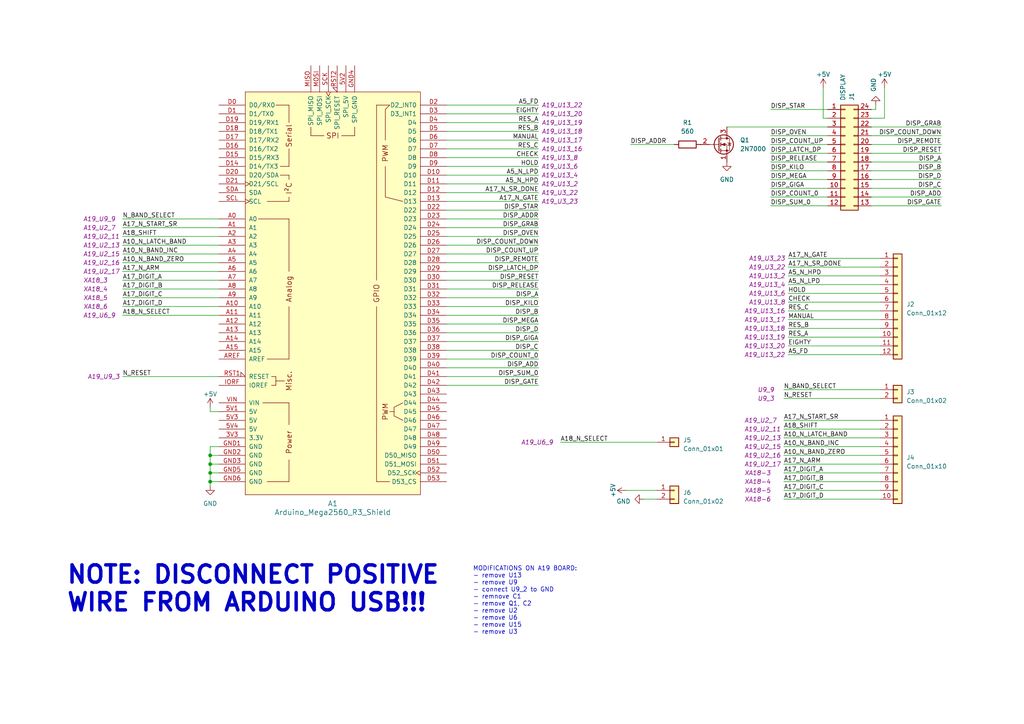
<source format=kicad_sch>
(kicad_sch (version 20230121) (generator eeschema)

  (uuid d1b17e18-e820-41ec-b8a5-6044272bceef)

  (paper "A4")

  (title_block
    (title "HP5341A A19 replacement board")
    (date "2023-09-22")
    (rev "0.2")
  )

  (lib_symbols
    (symbol "Connector_Generic:Conn_01x01" (pin_names (offset 1.016) hide) (in_bom yes) (on_board yes)
      (property "Reference" "J" (at 0 2.54 0)
        (effects (font (size 1.27 1.27)))
      )
      (property "Value" "Conn_01x01" (at 0 -2.54 0)
        (effects (font (size 1.27 1.27)))
      )
      (property "Footprint" "" (at 0 0 0)
        (effects (font (size 1.27 1.27)) hide)
      )
      (property "Datasheet" "~" (at 0 0 0)
        (effects (font (size 1.27 1.27)) hide)
      )
      (property "ki_keywords" "connector" (at 0 0 0)
        (effects (font (size 1.27 1.27)) hide)
      )
      (property "ki_description" "Generic connector, single row, 01x01, script generated (kicad-library-utils/schlib/autogen/connector/)" (at 0 0 0)
        (effects (font (size 1.27 1.27)) hide)
      )
      (property "ki_fp_filters" "Connector*:*_1x??_*" (at 0 0 0)
        (effects (font (size 1.27 1.27)) hide)
      )
      (symbol "Conn_01x01_1_1"
        (rectangle (start -1.27 0.127) (end 0 -0.127)
          (stroke (width 0.1524) (type default))
          (fill (type none))
        )
        (rectangle (start -1.27 1.27) (end 1.27 -1.27)
          (stroke (width 0.254) (type default))
          (fill (type background))
        )
        (pin passive line (at -5.08 0 0) (length 3.81)
          (name "Pin_1" (effects (font (size 1.27 1.27))))
          (number "1" (effects (font (size 1.27 1.27))))
        )
      )
    )
    (symbol "Connector_Generic:Conn_01x02" (pin_names (offset 1.016) hide) (in_bom yes) (on_board yes)
      (property "Reference" "J" (at 0 2.54 0)
        (effects (font (size 1.27 1.27)))
      )
      (property "Value" "Conn_01x02" (at 0 -5.08 0)
        (effects (font (size 1.27 1.27)))
      )
      (property "Footprint" "" (at 0 0 0)
        (effects (font (size 1.27 1.27)) hide)
      )
      (property "Datasheet" "~" (at 0 0 0)
        (effects (font (size 1.27 1.27)) hide)
      )
      (property "ki_keywords" "connector" (at 0 0 0)
        (effects (font (size 1.27 1.27)) hide)
      )
      (property "ki_description" "Generic connector, single row, 01x02, script generated (kicad-library-utils/schlib/autogen/connector/)" (at 0 0 0)
        (effects (font (size 1.27 1.27)) hide)
      )
      (property "ki_fp_filters" "Connector*:*_1x??_*" (at 0 0 0)
        (effects (font (size 1.27 1.27)) hide)
      )
      (symbol "Conn_01x02_1_1"
        (rectangle (start -1.27 -2.413) (end 0 -2.667)
          (stroke (width 0.1524) (type default))
          (fill (type none))
        )
        (rectangle (start -1.27 0.127) (end 0 -0.127)
          (stroke (width 0.1524) (type default))
          (fill (type none))
        )
        (rectangle (start -1.27 1.27) (end 1.27 -3.81)
          (stroke (width 0.254) (type default))
          (fill (type background))
        )
        (pin passive line (at -5.08 0 0) (length 3.81)
          (name "Pin_1" (effects (font (size 1.27 1.27))))
          (number "1" (effects (font (size 1.27 1.27))))
        )
        (pin passive line (at -5.08 -2.54 0) (length 3.81)
          (name "Pin_2" (effects (font (size 1.27 1.27))))
          (number "2" (effects (font (size 1.27 1.27))))
        )
      )
    )
    (symbol "Connector_Generic:Conn_01x10" (pin_names (offset 1.016) hide) (in_bom yes) (on_board yes)
      (property "Reference" "J" (at 0 12.7 0)
        (effects (font (size 1.27 1.27)))
      )
      (property "Value" "Conn_01x10" (at 0 -15.24 0)
        (effects (font (size 1.27 1.27)))
      )
      (property "Footprint" "" (at 0 0 0)
        (effects (font (size 1.27 1.27)) hide)
      )
      (property "Datasheet" "~" (at 0 0 0)
        (effects (font (size 1.27 1.27)) hide)
      )
      (property "ki_keywords" "connector" (at 0 0 0)
        (effects (font (size 1.27 1.27)) hide)
      )
      (property "ki_description" "Generic connector, single row, 01x10, script generated (kicad-library-utils/schlib/autogen/connector/)" (at 0 0 0)
        (effects (font (size 1.27 1.27)) hide)
      )
      (property "ki_fp_filters" "Connector*:*_1x??_*" (at 0 0 0)
        (effects (font (size 1.27 1.27)) hide)
      )
      (symbol "Conn_01x10_1_1"
        (rectangle (start -1.27 -12.573) (end 0 -12.827)
          (stroke (width 0.1524) (type default))
          (fill (type none))
        )
        (rectangle (start -1.27 -10.033) (end 0 -10.287)
          (stroke (width 0.1524) (type default))
          (fill (type none))
        )
        (rectangle (start -1.27 -7.493) (end 0 -7.747)
          (stroke (width 0.1524) (type default))
          (fill (type none))
        )
        (rectangle (start -1.27 -4.953) (end 0 -5.207)
          (stroke (width 0.1524) (type default))
          (fill (type none))
        )
        (rectangle (start -1.27 -2.413) (end 0 -2.667)
          (stroke (width 0.1524) (type default))
          (fill (type none))
        )
        (rectangle (start -1.27 0.127) (end 0 -0.127)
          (stroke (width 0.1524) (type default))
          (fill (type none))
        )
        (rectangle (start -1.27 2.667) (end 0 2.413)
          (stroke (width 0.1524) (type default))
          (fill (type none))
        )
        (rectangle (start -1.27 5.207) (end 0 4.953)
          (stroke (width 0.1524) (type default))
          (fill (type none))
        )
        (rectangle (start -1.27 7.747) (end 0 7.493)
          (stroke (width 0.1524) (type default))
          (fill (type none))
        )
        (rectangle (start -1.27 10.287) (end 0 10.033)
          (stroke (width 0.1524) (type default))
          (fill (type none))
        )
        (rectangle (start -1.27 11.43) (end 1.27 -13.97)
          (stroke (width 0.254) (type default))
          (fill (type background))
        )
        (pin passive line (at -5.08 10.16 0) (length 3.81)
          (name "Pin_1" (effects (font (size 1.27 1.27))))
          (number "1" (effects (font (size 1.27 1.27))))
        )
        (pin passive line (at -5.08 -12.7 0) (length 3.81)
          (name "Pin_10" (effects (font (size 1.27 1.27))))
          (number "10" (effects (font (size 1.27 1.27))))
        )
        (pin passive line (at -5.08 7.62 0) (length 3.81)
          (name "Pin_2" (effects (font (size 1.27 1.27))))
          (number "2" (effects (font (size 1.27 1.27))))
        )
        (pin passive line (at -5.08 5.08 0) (length 3.81)
          (name "Pin_3" (effects (font (size 1.27 1.27))))
          (number "3" (effects (font (size 1.27 1.27))))
        )
        (pin passive line (at -5.08 2.54 0) (length 3.81)
          (name "Pin_4" (effects (font (size 1.27 1.27))))
          (number "4" (effects (font (size 1.27 1.27))))
        )
        (pin passive line (at -5.08 0 0) (length 3.81)
          (name "Pin_5" (effects (font (size 1.27 1.27))))
          (number "5" (effects (font (size 1.27 1.27))))
        )
        (pin passive line (at -5.08 -2.54 0) (length 3.81)
          (name "Pin_6" (effects (font (size 1.27 1.27))))
          (number "6" (effects (font (size 1.27 1.27))))
        )
        (pin passive line (at -5.08 -5.08 0) (length 3.81)
          (name "Pin_7" (effects (font (size 1.27 1.27))))
          (number "7" (effects (font (size 1.27 1.27))))
        )
        (pin passive line (at -5.08 -7.62 0) (length 3.81)
          (name "Pin_8" (effects (font (size 1.27 1.27))))
          (number "8" (effects (font (size 1.27 1.27))))
        )
        (pin passive line (at -5.08 -10.16 0) (length 3.81)
          (name "Pin_9" (effects (font (size 1.27 1.27))))
          (number "9" (effects (font (size 1.27 1.27))))
        )
      )
    )
    (symbol "Connector_Generic:Conn_01x12" (pin_names (offset 1.016) hide) (in_bom yes) (on_board yes)
      (property "Reference" "J" (at 0 15.24 0)
        (effects (font (size 1.27 1.27)))
      )
      (property "Value" "Conn_01x12" (at 0 -17.78 0)
        (effects (font (size 1.27 1.27)))
      )
      (property "Footprint" "" (at 0 0 0)
        (effects (font (size 1.27 1.27)) hide)
      )
      (property "Datasheet" "~" (at 0 0 0)
        (effects (font (size 1.27 1.27)) hide)
      )
      (property "ki_keywords" "connector" (at 0 0 0)
        (effects (font (size 1.27 1.27)) hide)
      )
      (property "ki_description" "Generic connector, single row, 01x12, script generated (kicad-library-utils/schlib/autogen/connector/)" (at 0 0 0)
        (effects (font (size 1.27 1.27)) hide)
      )
      (property "ki_fp_filters" "Connector*:*_1x??_*" (at 0 0 0)
        (effects (font (size 1.27 1.27)) hide)
      )
      (symbol "Conn_01x12_1_1"
        (rectangle (start -1.27 -15.113) (end 0 -15.367)
          (stroke (width 0.1524) (type default))
          (fill (type none))
        )
        (rectangle (start -1.27 -12.573) (end 0 -12.827)
          (stroke (width 0.1524) (type default))
          (fill (type none))
        )
        (rectangle (start -1.27 -10.033) (end 0 -10.287)
          (stroke (width 0.1524) (type default))
          (fill (type none))
        )
        (rectangle (start -1.27 -7.493) (end 0 -7.747)
          (stroke (width 0.1524) (type default))
          (fill (type none))
        )
        (rectangle (start -1.27 -4.953) (end 0 -5.207)
          (stroke (width 0.1524) (type default))
          (fill (type none))
        )
        (rectangle (start -1.27 -2.413) (end 0 -2.667)
          (stroke (width 0.1524) (type default))
          (fill (type none))
        )
        (rectangle (start -1.27 0.127) (end 0 -0.127)
          (stroke (width 0.1524) (type default))
          (fill (type none))
        )
        (rectangle (start -1.27 2.667) (end 0 2.413)
          (stroke (width 0.1524) (type default))
          (fill (type none))
        )
        (rectangle (start -1.27 5.207) (end 0 4.953)
          (stroke (width 0.1524) (type default))
          (fill (type none))
        )
        (rectangle (start -1.27 7.747) (end 0 7.493)
          (stroke (width 0.1524) (type default))
          (fill (type none))
        )
        (rectangle (start -1.27 10.287) (end 0 10.033)
          (stroke (width 0.1524) (type default))
          (fill (type none))
        )
        (rectangle (start -1.27 12.827) (end 0 12.573)
          (stroke (width 0.1524) (type default))
          (fill (type none))
        )
        (rectangle (start -1.27 13.97) (end 1.27 -16.51)
          (stroke (width 0.254) (type default))
          (fill (type background))
        )
        (pin passive line (at -5.08 12.7 0) (length 3.81)
          (name "Pin_1" (effects (font (size 1.27 1.27))))
          (number "1" (effects (font (size 1.27 1.27))))
        )
        (pin passive line (at -5.08 -10.16 0) (length 3.81)
          (name "Pin_10" (effects (font (size 1.27 1.27))))
          (number "10" (effects (font (size 1.27 1.27))))
        )
        (pin passive line (at -5.08 -12.7 0) (length 3.81)
          (name "Pin_11" (effects (font (size 1.27 1.27))))
          (number "11" (effects (font (size 1.27 1.27))))
        )
        (pin passive line (at -5.08 -15.24 0) (length 3.81)
          (name "Pin_12" (effects (font (size 1.27 1.27))))
          (number "12" (effects (font (size 1.27 1.27))))
        )
        (pin passive line (at -5.08 10.16 0) (length 3.81)
          (name "Pin_2" (effects (font (size 1.27 1.27))))
          (number "2" (effects (font (size 1.27 1.27))))
        )
        (pin passive line (at -5.08 7.62 0) (length 3.81)
          (name "Pin_3" (effects (font (size 1.27 1.27))))
          (number "3" (effects (font (size 1.27 1.27))))
        )
        (pin passive line (at -5.08 5.08 0) (length 3.81)
          (name "Pin_4" (effects (font (size 1.27 1.27))))
          (number "4" (effects (font (size 1.27 1.27))))
        )
        (pin passive line (at -5.08 2.54 0) (length 3.81)
          (name "Pin_5" (effects (font (size 1.27 1.27))))
          (number "5" (effects (font (size 1.27 1.27))))
        )
        (pin passive line (at -5.08 0 0) (length 3.81)
          (name "Pin_6" (effects (font (size 1.27 1.27))))
          (number "6" (effects (font (size 1.27 1.27))))
        )
        (pin passive line (at -5.08 -2.54 0) (length 3.81)
          (name "Pin_7" (effects (font (size 1.27 1.27))))
          (number "7" (effects (font (size 1.27 1.27))))
        )
        (pin passive line (at -5.08 -5.08 0) (length 3.81)
          (name "Pin_8" (effects (font (size 1.27 1.27))))
          (number "8" (effects (font (size 1.27 1.27))))
        )
        (pin passive line (at -5.08 -7.62 0) (length 3.81)
          (name "Pin_9" (effects (font (size 1.27 1.27))))
          (number "9" (effects (font (size 1.27 1.27))))
        )
      )
    )
    (symbol "Connector_Generic:Conn_02x12_Counter_Clockwise" (pin_names (offset 1.016) hide) (in_bom yes) (on_board yes)
      (property "Reference" "J" (at 1.27 15.24 0)
        (effects (font (size 1.27 1.27)))
      )
      (property "Value" "Conn_02x12_Counter_Clockwise" (at 1.27 -17.78 0)
        (effects (font (size 1.27 1.27)))
      )
      (property "Footprint" "" (at 0 0 0)
        (effects (font (size 1.27 1.27)) hide)
      )
      (property "Datasheet" "~" (at 0 0 0)
        (effects (font (size 1.27 1.27)) hide)
      )
      (property "ki_keywords" "connector" (at 0 0 0)
        (effects (font (size 1.27 1.27)) hide)
      )
      (property "ki_description" "Generic connector, double row, 02x12, counter clockwise pin numbering scheme (similar to DIP package numbering), script generated (kicad-library-utils/schlib/autogen/connector/)" (at 0 0 0)
        (effects (font (size 1.27 1.27)) hide)
      )
      (property "ki_fp_filters" "Connector*:*_2x??_*" (at 0 0 0)
        (effects (font (size 1.27 1.27)) hide)
      )
      (symbol "Conn_02x12_Counter_Clockwise_1_1"
        (rectangle (start -1.27 -15.113) (end 0 -15.367)
          (stroke (width 0.1524) (type default))
          (fill (type none))
        )
        (rectangle (start -1.27 -12.573) (end 0 -12.827)
          (stroke (width 0.1524) (type default))
          (fill (type none))
        )
        (rectangle (start -1.27 -10.033) (end 0 -10.287)
          (stroke (width 0.1524) (type default))
          (fill (type none))
        )
        (rectangle (start -1.27 -7.493) (end 0 -7.747)
          (stroke (width 0.1524) (type default))
          (fill (type none))
        )
        (rectangle (start -1.27 -4.953) (end 0 -5.207)
          (stroke (width 0.1524) (type default))
          (fill (type none))
        )
        (rectangle (start -1.27 -2.413) (end 0 -2.667)
          (stroke (width 0.1524) (type default))
          (fill (type none))
        )
        (rectangle (start -1.27 0.127) (end 0 -0.127)
          (stroke (width 0.1524) (type default))
          (fill (type none))
        )
        (rectangle (start -1.27 2.667) (end 0 2.413)
          (stroke (width 0.1524) (type default))
          (fill (type none))
        )
        (rectangle (start -1.27 5.207) (end 0 4.953)
          (stroke (width 0.1524) (type default))
          (fill (type none))
        )
        (rectangle (start -1.27 7.747) (end 0 7.493)
          (stroke (width 0.1524) (type default))
          (fill (type none))
        )
        (rectangle (start -1.27 10.287) (end 0 10.033)
          (stroke (width 0.1524) (type default))
          (fill (type none))
        )
        (rectangle (start -1.27 12.827) (end 0 12.573)
          (stroke (width 0.1524) (type default))
          (fill (type none))
        )
        (rectangle (start -1.27 13.97) (end 3.81 -16.51)
          (stroke (width 0.254) (type default))
          (fill (type background))
        )
        (rectangle (start 3.81 -15.113) (end 2.54 -15.367)
          (stroke (width 0.1524) (type default))
          (fill (type none))
        )
        (rectangle (start 3.81 -12.573) (end 2.54 -12.827)
          (stroke (width 0.1524) (type default))
          (fill (type none))
        )
        (rectangle (start 3.81 -10.033) (end 2.54 -10.287)
          (stroke (width 0.1524) (type default))
          (fill (type none))
        )
        (rectangle (start 3.81 -7.493) (end 2.54 -7.747)
          (stroke (width 0.1524) (type default))
          (fill (type none))
        )
        (rectangle (start 3.81 -4.953) (end 2.54 -5.207)
          (stroke (width 0.1524) (type default))
          (fill (type none))
        )
        (rectangle (start 3.81 -2.413) (end 2.54 -2.667)
          (stroke (width 0.1524) (type default))
          (fill (type none))
        )
        (rectangle (start 3.81 0.127) (end 2.54 -0.127)
          (stroke (width 0.1524) (type default))
          (fill (type none))
        )
        (rectangle (start 3.81 2.667) (end 2.54 2.413)
          (stroke (width 0.1524) (type default))
          (fill (type none))
        )
        (rectangle (start 3.81 5.207) (end 2.54 4.953)
          (stroke (width 0.1524) (type default))
          (fill (type none))
        )
        (rectangle (start 3.81 7.747) (end 2.54 7.493)
          (stroke (width 0.1524) (type default))
          (fill (type none))
        )
        (rectangle (start 3.81 10.287) (end 2.54 10.033)
          (stroke (width 0.1524) (type default))
          (fill (type none))
        )
        (rectangle (start 3.81 12.827) (end 2.54 12.573)
          (stroke (width 0.1524) (type default))
          (fill (type none))
        )
        (pin passive line (at -5.08 12.7 0) (length 3.81)
          (name "Pin_1" (effects (font (size 1.27 1.27))))
          (number "1" (effects (font (size 1.27 1.27))))
        )
        (pin passive line (at -5.08 -10.16 0) (length 3.81)
          (name "Pin_10" (effects (font (size 1.27 1.27))))
          (number "10" (effects (font (size 1.27 1.27))))
        )
        (pin passive line (at -5.08 -12.7 0) (length 3.81)
          (name "Pin_11" (effects (font (size 1.27 1.27))))
          (number "11" (effects (font (size 1.27 1.27))))
        )
        (pin passive line (at -5.08 -15.24 0) (length 3.81)
          (name "Pin_12" (effects (font (size 1.27 1.27))))
          (number "12" (effects (font (size 1.27 1.27))))
        )
        (pin passive line (at 7.62 -15.24 180) (length 3.81)
          (name "Pin_13" (effects (font (size 1.27 1.27))))
          (number "13" (effects (font (size 1.27 1.27))))
        )
        (pin passive line (at 7.62 -12.7 180) (length 3.81)
          (name "Pin_14" (effects (font (size 1.27 1.27))))
          (number "14" (effects (font (size 1.27 1.27))))
        )
        (pin passive line (at 7.62 -10.16 180) (length 3.81)
          (name "Pin_15" (effects (font (size 1.27 1.27))))
          (number "15" (effects (font (size 1.27 1.27))))
        )
        (pin passive line (at 7.62 -7.62 180) (length 3.81)
          (name "Pin_16" (effects (font (size 1.27 1.27))))
          (number "16" (effects (font (size 1.27 1.27))))
        )
        (pin passive line (at 7.62 -5.08 180) (length 3.81)
          (name "Pin_17" (effects (font (size 1.27 1.27))))
          (number "17" (effects (font (size 1.27 1.27))))
        )
        (pin passive line (at 7.62 -2.54 180) (length 3.81)
          (name "Pin_18" (effects (font (size 1.27 1.27))))
          (number "18" (effects (font (size 1.27 1.27))))
        )
        (pin passive line (at 7.62 0 180) (length 3.81)
          (name "Pin_19" (effects (font (size 1.27 1.27))))
          (number "19" (effects (font (size 1.27 1.27))))
        )
        (pin passive line (at -5.08 10.16 0) (length 3.81)
          (name "Pin_2" (effects (font (size 1.27 1.27))))
          (number "2" (effects (font (size 1.27 1.27))))
        )
        (pin passive line (at 7.62 2.54 180) (length 3.81)
          (name "Pin_20" (effects (font (size 1.27 1.27))))
          (number "20" (effects (font (size 1.27 1.27))))
        )
        (pin passive line (at 7.62 5.08 180) (length 3.81)
          (name "Pin_21" (effects (font (size 1.27 1.27))))
          (number "21" (effects (font (size 1.27 1.27))))
        )
        (pin passive line (at 7.62 7.62 180) (length 3.81)
          (name "Pin_22" (effects (font (size 1.27 1.27))))
          (number "22" (effects (font (size 1.27 1.27))))
        )
        (pin passive line (at 7.62 10.16 180) (length 3.81)
          (name "Pin_23" (effects (font (size 1.27 1.27))))
          (number "23" (effects (font (size 1.27 1.27))))
        )
        (pin passive line (at 7.62 12.7 180) (length 3.81)
          (name "Pin_24" (effects (font (size 1.27 1.27))))
          (number "24" (effects (font (size 1.27 1.27))))
        )
        (pin passive line (at -5.08 7.62 0) (length 3.81)
          (name "Pin_3" (effects (font (size 1.27 1.27))))
          (number "3" (effects (font (size 1.27 1.27))))
        )
        (pin passive line (at -5.08 5.08 0) (length 3.81)
          (name "Pin_4" (effects (font (size 1.27 1.27))))
          (number "4" (effects (font (size 1.27 1.27))))
        )
        (pin passive line (at -5.08 2.54 0) (length 3.81)
          (name "Pin_5" (effects (font (size 1.27 1.27))))
          (number "5" (effects (font (size 1.27 1.27))))
        )
        (pin passive line (at -5.08 0 0) (length 3.81)
          (name "Pin_6" (effects (font (size 1.27 1.27))))
          (number "6" (effects (font (size 1.27 1.27))))
        )
        (pin passive line (at -5.08 -2.54 0) (length 3.81)
          (name "Pin_7" (effects (font (size 1.27 1.27))))
          (number "7" (effects (font (size 1.27 1.27))))
        )
        (pin passive line (at -5.08 -5.08 0) (length 3.81)
          (name "Pin_8" (effects (font (size 1.27 1.27))))
          (number "8" (effects (font (size 1.27 1.27))))
        )
        (pin passive line (at -5.08 -7.62 0) (length 3.81)
          (name "Pin_9" (effects (font (size 1.27 1.27))))
          (number "9" (effects (font (size 1.27 1.27))))
        )
      )
    )
    (symbol "Device:R" (pin_numbers hide) (pin_names (offset 0)) (in_bom yes) (on_board yes)
      (property "Reference" "R" (at 2.032 0 90)
        (effects (font (size 1.27 1.27)))
      )
      (property "Value" "R" (at 0 0 90)
        (effects (font (size 1.27 1.27)))
      )
      (property "Footprint" "" (at -1.778 0 90)
        (effects (font (size 1.27 1.27)) hide)
      )
      (property "Datasheet" "~" (at 0 0 0)
        (effects (font (size 1.27 1.27)) hide)
      )
      (property "ki_keywords" "R res resistor" (at 0 0 0)
        (effects (font (size 1.27 1.27)) hide)
      )
      (property "ki_description" "Resistor" (at 0 0 0)
        (effects (font (size 1.27 1.27)) hide)
      )
      (property "ki_fp_filters" "R_*" (at 0 0 0)
        (effects (font (size 1.27 1.27)) hide)
      )
      (symbol "R_0_1"
        (rectangle (start -1.016 -2.54) (end 1.016 2.54)
          (stroke (width 0.254) (type default))
          (fill (type none))
        )
      )
      (symbol "R_1_1"
        (pin passive line (at 0 3.81 270) (length 1.27)
          (name "~" (effects (font (size 1.27 1.27))))
          (number "1" (effects (font (size 1.27 1.27))))
        )
        (pin passive line (at 0 -3.81 90) (length 1.27)
          (name "~" (effects (font (size 1.27 1.27))))
          (number "2" (effects (font (size 1.27 1.27))))
        )
      )
    )
    (symbol "PCM_arduino-library:Arduino_Mega2560_R3_Shield" (pin_names (offset 1.016)) (in_bom yes) (on_board yes)
      (property "Reference" "A" (at 0 -62.23 0)
        (effects (font (size 1.524 1.524)))
      )
      (property "Value" "Arduino_Mega2560_R3_Shield" (at 0 -66.04 0)
        (effects (font (size 1.524 1.524)))
      )
      (property "Footprint" "PCM_arduino-library:Arduino_Mega2560_R3_Shield" (at 0 -73.66 0)
        (effects (font (size 1.524 1.524)) hide)
      )
      (property "Datasheet" "https://docs.arduino.cc/hardware/mega-2560" (at 0 -69.85 0)
        (effects (font (size 1.524 1.524)) hide)
      )
      (property "ki_keywords" "Arduino MPU Shield" (at 0 0 0)
        (effects (font (size 1.27 1.27)) hide)
      )
      (property "ki_description" "Shield for Arduino Mega 2560 R3" (at 0 0 0)
        (effects (font (size 1.27 1.27)) hide)
      )
      (property "ki_fp_filters" "Arduino_Mega2560_R3_Shield" (at 0 0 0)
        (effects (font (size 1.27 1.27)) hide)
      )
      (symbol "Arduino_Mega2560_R3_Shield_0_0"
        (rectangle (start -25.4 -58.42) (end 25.4 58.42)
          (stroke (width 0) (type default))
          (fill (type background))
        )
        (rectangle (start -20.32 -31.75) (end -12.7 -31.75)
          (stroke (width 0) (type default))
          (fill (type none))
        )
        (rectangle (start -19.05 -54.61) (end -12.7 -54.61)
          (stroke (width 0) (type default))
          (fill (type none))
        )
        (rectangle (start -19.05 -19.05) (end -12.7 -19.05)
          (stroke (width 0) (type default))
          (fill (type none))
        )
        (rectangle (start -19.05 26.67) (end -12.7 26.67)
          (stroke (width 0) (type default))
          (fill (type none))
        )
        (rectangle (start -17.78 -26.67) (end -16.51 -26.67)
          (stroke (width 0) (type default))
          (fill (type none))
        )
        (rectangle (start -17.78 -24.13) (end -16.51 -24.13)
          (stroke (width 0) (type default))
          (fill (type none))
        )
        (rectangle (start -16.51 -25.4) (end -13.97 -25.4)
          (stroke (width 0) (type default))
          (fill (type none))
        )
        (rectangle (start -16.51 -24.13) (end -16.51 -26.67)
          (stroke (width 0) (type default))
          (fill (type none))
        )
        (rectangle (start -16.51 54.61) (end -12.7 54.61)
          (stroke (width 0) (type default))
          (fill (type none))
        )
        (rectangle (start -15.24 34.29) (end -12.7 34.29)
          (stroke (width 0) (type default))
          (fill (type none))
        )
        (rectangle (start -15.24 36.83) (end -12.7 36.83)
          (stroke (width 0) (type default))
          (fill (type none))
        )
        (rectangle (start -12.7 -54.61) (end -12.7 -48.26)
          (stroke (width 0) (type default))
          (fill (type none))
        )
        (rectangle (start -12.7 -31.75) (end -12.7 -38.1)
          (stroke (width 0) (type default))
          (fill (type none))
        )
        (rectangle (start -12.7 26.67) (end -12.7 27.94)
          (stroke (width 0) (type default))
          (fill (type none))
        )
        (rectangle (start -12.7 34.29) (end -12.7 33.02)
          (stroke (width 0) (type default))
          (fill (type none))
        )
        (rectangle (start -12.7 41.91) (end -12.7 36.83)
          (stroke (width 0) (type default))
          (fill (type none))
        )
        (rectangle (start -12.7 49.53) (end -12.7 54.61)
          (stroke (width 0) (type default))
          (fill (type none))
        )
        (rectangle (start -6.35 48.26) (end -6.35 45.72)
          (stroke (width 0) (type default))
          (fill (type none))
        )
        (rectangle (start -2.54 45.72) (end -6.35 45.72)
          (stroke (width 0) (type default))
          (fill (type none))
        )
        (polyline
          (pts
            (xy -21.59 21.59)
            (xy -12.7 21.59)
          )
          (stroke (width 0) (type default))
          (fill (type none))
        )
        (polyline
          (pts
            (xy -12.7 -19.05)
            (xy -12.7 -3.81)
          )
          (stroke (width 0) (type default))
          (fill (type none))
        )
        (polyline
          (pts
            (xy -12.7 6.35)
            (xy -12.7 21.59)
          )
          (stroke (width 0) (type default))
          (fill (type none))
        )
        (polyline
          (pts
            (xy 12.7 -54.61)
            (xy 16.51 -54.61)
          )
          (stroke (width 0) (type default))
          (fill (type none))
        )
        (polyline
          (pts
            (xy 12.7 54.61)
            (xy 16.51 54.61)
          )
          (stroke (width 0) (type default))
          (fill (type none))
        )
        (polyline
          (pts
            (xy 17.78 -34.29)
            (xy 16.51 -34.29)
          )
          (stroke (width 0) (type default))
          (fill (type none))
        )
        (polyline
          (pts
            (xy 15.24 36.83)
            (xy 15.24 27.94)
            (xy 20.32 26.67)
          )
          (stroke (width 0) (type default))
          (fill (type none))
        )
        (polyline
          (pts
            (xy 15.24 44.45)
            (xy 15.24 53.34)
            (xy 16.51 54.61)
          )
          (stroke (width 0) (type default))
          (fill (type none))
        )
        (polyline
          (pts
            (xy 20.32 -31.75)
            (xy 17.78 -33.02)
            (xy 17.78 -35.56)
            (xy 20.32 -36.83)
          )
          (stroke (width 0) (type default))
          (fill (type none))
        )
        (rectangle (start 6.35 45.72) (end 2.54 45.72)
          (stroke (width 0) (type default))
          (fill (type none))
        )
        (rectangle (start 6.35 48.26) (end 6.35 45.72)
          (stroke (width 0) (type default))
          (fill (type none))
        )
        (text "Analog" (at -12.7 1.27 900)
          (effects (font (size 1.524 1.524)))
        )
        (text "I²C" (at -12.7 30.48 900)
          (effects (font (size 1.524 1.524)))
        )
        (text "Misc." (at -12.7 -25.4 900)
          (effects (font (size 1.524 1.524)))
        )
        (text "Power" (at -12.7 -43.18 900)
          (effects (font (size 1.524 1.524)))
        )
        (text "PWM" (at 15.24 -34.29 900)
          (effects (font (size 1.524 1.524)))
        )
        (text "PWM" (at 15.24 40.64 900)
          (effects (font (size 1.524 1.524)))
        )
        (text "Serial" (at -12.7 45.72 900)
          (effects (font (size 1.524 1.524)))
        )
        (text "SPI" (at 0 45.72 0)
          (effects (font (size 1.524 1.524)))
        )
      )
      (symbol "Arduino_Mega2560_R3_Shield_1_0"
        (rectangle (start 12.7 -54.61) (end 12.7 -3.81)
          (stroke (width 0) (type default))
          (fill (type none))
        )
        (rectangle (start 12.7 54.61) (end 12.7 3.81)
          (stroke (width 0) (type default))
          (fill (type none))
        )
        (text "GPIO" (at 12.7 0 900)
          (effects (font (size 1.524 1.524)))
        )
      )
      (symbol "Arduino_Mega2560_R3_Shield_1_1"
        (pin power_out line (at -33.02 -41.91 0) (length 7.62)
          (name "3.3V" (effects (font (size 1.27 1.27))))
          (number "3V3" (effects (font (size 1.27 1.27))))
        )
        (pin power_in line (at -33.02 -34.29 0) (length 7.62)
          (name "5V" (effects (font (size 1.27 1.27))))
          (number "5V1" (effects (font (size 1.27 1.27))))
        )
        (pin power_in line (at 3.81 66.04 270) (length 7.62)
          (name "SPI_5V" (effects (font (size 1.27 1.27))))
          (number "5V2" (effects (font (size 1.27 1.27))))
        )
        (pin power_in line (at -33.02 -36.83 0) (length 7.62)
          (name "5V" (effects (font (size 1.27 1.27))))
          (number "5V3" (effects (font (size 1.27 1.27))))
        )
        (pin power_in line (at -33.02 -39.37 0) (length 7.62)
          (name "5V" (effects (font (size 1.27 1.27))))
          (number "5V4" (effects (font (size 1.27 1.27))))
        )
        (pin bidirectional line (at -33.02 21.59 0) (length 7.62)
          (name "A0" (effects (font (size 1.27 1.27))))
          (number "A0" (effects (font (size 1.27 1.27))))
        )
        (pin bidirectional line (at -33.02 19.05 0) (length 7.62)
          (name "A1" (effects (font (size 1.27 1.27))))
          (number "A1" (effects (font (size 1.27 1.27))))
        )
        (pin bidirectional line (at -33.02 -3.81 0) (length 7.62)
          (name "A10" (effects (font (size 1.27 1.27))))
          (number "A10" (effects (font (size 1.27 1.27))))
        )
        (pin bidirectional line (at -33.02 -6.35 0) (length 7.62)
          (name "A11" (effects (font (size 1.27 1.27))))
          (number "A11" (effects (font (size 1.27 1.27))))
        )
        (pin bidirectional line (at -33.02 -8.89 0) (length 7.62)
          (name "A12" (effects (font (size 1.27 1.27))))
          (number "A12" (effects (font (size 1.27 1.27))))
        )
        (pin bidirectional line (at -33.02 -11.43 0) (length 7.62)
          (name "A13" (effects (font (size 1.27 1.27))))
          (number "A13" (effects (font (size 1.27 1.27))))
        )
        (pin bidirectional line (at -33.02 -13.97 0) (length 7.62)
          (name "A14" (effects (font (size 1.27 1.27))))
          (number "A14" (effects (font (size 1.27 1.27))))
        )
        (pin bidirectional line (at -33.02 -16.51 0) (length 7.62)
          (name "A15" (effects (font (size 1.27 1.27))))
          (number "A15" (effects (font (size 1.27 1.27))))
        )
        (pin bidirectional line (at -33.02 16.51 0) (length 7.62)
          (name "A2" (effects (font (size 1.27 1.27))))
          (number "A2" (effects (font (size 1.27 1.27))))
        )
        (pin bidirectional line (at -33.02 13.97 0) (length 7.62)
          (name "A3" (effects (font (size 1.27 1.27))))
          (number "A3" (effects (font (size 1.27 1.27))))
        )
        (pin bidirectional line (at -33.02 11.43 0) (length 7.62)
          (name "A4" (effects (font (size 1.27 1.27))))
          (number "A4" (effects (font (size 1.27 1.27))))
        )
        (pin bidirectional line (at -33.02 8.89 0) (length 7.62)
          (name "A5" (effects (font (size 1.27 1.27))))
          (number "A5" (effects (font (size 1.27 1.27))))
        )
        (pin bidirectional line (at -33.02 6.35 0) (length 7.62)
          (name "A6" (effects (font (size 1.27 1.27))))
          (number "A6" (effects (font (size 1.27 1.27))))
        )
        (pin bidirectional line (at -33.02 3.81 0) (length 7.62)
          (name "A7" (effects (font (size 1.27 1.27))))
          (number "A7" (effects (font (size 1.27 1.27))))
        )
        (pin bidirectional line (at -33.02 1.27 0) (length 7.62)
          (name "A8" (effects (font (size 1.27 1.27))))
          (number "A8" (effects (font (size 1.27 1.27))))
        )
        (pin bidirectional line (at -33.02 -1.27 0) (length 7.62)
          (name "A9" (effects (font (size 1.27 1.27))))
          (number "A9" (effects (font (size 1.27 1.27))))
        )
        (pin input line (at -33.02 -19.05 0) (length 7.62)
          (name "AREF" (effects (font (size 1.27 1.27))))
          (number "AREF" (effects (font (size 1.27 1.27))))
        )
        (pin bidirectional line (at -33.02 54.61 0) (length 7.62)
          (name "D0/RX0" (effects (font (size 1.27 1.27))))
          (number "D0" (effects (font (size 1.27 1.27))))
        )
        (pin bidirectional line (at -33.02 52.07 0) (length 7.62)
          (name "D1/TX0" (effects (font (size 1.27 1.27))))
          (number "D1" (effects (font (size 1.27 1.27))))
        )
        (pin bidirectional line (at 33.02 34.29 180) (length 7.62)
          (name "D10" (effects (font (size 1.27 1.27))))
          (number "D10" (effects (font (size 1.27 1.27))))
        )
        (pin bidirectional line (at 33.02 31.75 180) (length 7.62)
          (name "D11" (effects (font (size 1.27 1.27))))
          (number "D11" (effects (font (size 1.27 1.27))))
        )
        (pin bidirectional line (at 33.02 29.21 180) (length 7.62)
          (name "D12" (effects (font (size 1.27 1.27))))
          (number "D12" (effects (font (size 1.27 1.27))))
        )
        (pin bidirectional line (at 33.02 26.67 180) (length 7.62)
          (name "D13" (effects (font (size 1.27 1.27))))
          (number "D13" (effects (font (size 1.27 1.27))))
        )
        (pin bidirectional line (at -33.02 36.83 0) (length 7.62)
          (name "D14/TX3" (effects (font (size 1.27 1.27))))
          (number "D14" (effects (font (size 1.27 1.27))))
        )
        (pin bidirectional line (at -33.02 39.37 0) (length 7.62)
          (name "D15/RX3" (effects (font (size 1.27 1.27))))
          (number "D15" (effects (font (size 1.27 1.27))))
        )
        (pin bidirectional line (at -33.02 41.91 0) (length 7.62)
          (name "D16/TX2" (effects (font (size 1.27 1.27))))
          (number "D16" (effects (font (size 1.27 1.27))))
        )
        (pin bidirectional line (at -33.02 44.45 0) (length 7.62)
          (name "D17/RX2" (effects (font (size 1.27 1.27))))
          (number "D17" (effects (font (size 1.27 1.27))))
        )
        (pin bidirectional line (at -33.02 46.99 0) (length 7.62)
          (name "D18/TX1" (effects (font (size 1.27 1.27))))
          (number "D18" (effects (font (size 1.27 1.27))))
        )
        (pin bidirectional line (at -33.02 49.53 0) (length 7.62)
          (name "D19/RX1" (effects (font (size 1.27 1.27))))
          (number "D19" (effects (font (size 1.27 1.27))))
        )
        (pin bidirectional line (at 33.02 54.61 180) (length 7.62)
          (name "D2_INT0" (effects (font (size 1.27 1.27))))
          (number "D2" (effects (font (size 1.27 1.27))))
        )
        (pin bidirectional line (at -33.02 34.29 0) (length 7.62)
          (name "D20/SDA" (effects (font (size 1.27 1.27))))
          (number "D20" (effects (font (size 1.27 1.27))))
        )
        (pin bidirectional clock (at -33.02 31.75 0) (length 7.62)
          (name "D21/SCL" (effects (font (size 1.27 1.27))))
          (number "D21" (effects (font (size 1.27 1.27))))
        )
        (pin bidirectional line (at 33.02 24.13 180) (length 7.62)
          (name "D22" (effects (font (size 1.27 1.27))))
          (number "D22" (effects (font (size 1.27 1.27))))
        )
        (pin bidirectional line (at 33.02 21.59 180) (length 7.62)
          (name "D23" (effects (font (size 1.27 1.27))))
          (number "D23" (effects (font (size 1.27 1.27))))
        )
        (pin bidirectional line (at 33.02 19.05 180) (length 7.62)
          (name "D24" (effects (font (size 1.27 1.27))))
          (number "D24" (effects (font (size 1.27 1.27))))
        )
        (pin bidirectional line (at 33.02 16.51 180) (length 7.62)
          (name "D25" (effects (font (size 1.27 1.27))))
          (number "D25" (effects (font (size 1.27 1.27))))
        )
        (pin bidirectional line (at 33.02 13.97 180) (length 7.62)
          (name "D26" (effects (font (size 1.27 1.27))))
          (number "D26" (effects (font (size 1.27 1.27))))
        )
        (pin bidirectional line (at 33.02 11.43 180) (length 7.62)
          (name "D27" (effects (font (size 1.27 1.27))))
          (number "D27" (effects (font (size 1.27 1.27))))
        )
        (pin bidirectional line (at 33.02 8.89 180) (length 7.62)
          (name "D28" (effects (font (size 1.27 1.27))))
          (number "D28" (effects (font (size 1.27 1.27))))
        )
        (pin bidirectional line (at 33.02 6.35 180) (length 7.62)
          (name "D29" (effects (font (size 1.27 1.27))))
          (number "D29" (effects (font (size 1.27 1.27))))
        )
        (pin bidirectional line (at 33.02 52.07 180) (length 7.62)
          (name "D3_INT1" (effects (font (size 1.27 1.27))))
          (number "D3" (effects (font (size 1.27 1.27))))
        )
        (pin bidirectional line (at 33.02 3.81 180) (length 7.62)
          (name "D30" (effects (font (size 1.27 1.27))))
          (number "D30" (effects (font (size 1.27 1.27))))
        )
        (pin bidirectional line (at 33.02 1.27 180) (length 7.62)
          (name "D31" (effects (font (size 1.27 1.27))))
          (number "D31" (effects (font (size 1.27 1.27))))
        )
        (pin bidirectional line (at 33.02 -1.27 180) (length 7.62)
          (name "D32" (effects (font (size 1.27 1.27))))
          (number "D32" (effects (font (size 1.27 1.27))))
        )
        (pin bidirectional line (at 33.02 -3.81 180) (length 7.62)
          (name "D33" (effects (font (size 1.27 1.27))))
          (number "D33" (effects (font (size 1.27 1.27))))
        )
        (pin bidirectional line (at 33.02 -6.35 180) (length 7.62)
          (name "D34" (effects (font (size 1.27 1.27))))
          (number "D34" (effects (font (size 1.27 1.27))))
        )
        (pin bidirectional line (at 33.02 -8.89 180) (length 7.62)
          (name "D35" (effects (font (size 1.27 1.27))))
          (number "D35" (effects (font (size 1.27 1.27))))
        )
        (pin bidirectional line (at 33.02 -11.43 180) (length 7.62)
          (name "D36" (effects (font (size 1.27 1.27))))
          (number "D36" (effects (font (size 1.27 1.27))))
        )
        (pin bidirectional line (at 33.02 -13.97 180) (length 7.62)
          (name "D37" (effects (font (size 1.27 1.27))))
          (number "D37" (effects (font (size 1.27 1.27))))
        )
        (pin bidirectional line (at 33.02 -16.51 180) (length 7.62)
          (name "D38" (effects (font (size 1.27 1.27))))
          (number "D38" (effects (font (size 1.27 1.27))))
        )
        (pin bidirectional line (at 33.02 -19.05 180) (length 7.62)
          (name "D39" (effects (font (size 1.27 1.27))))
          (number "D39" (effects (font (size 1.27 1.27))))
        )
        (pin bidirectional line (at 33.02 49.53 180) (length 7.62)
          (name "D4" (effects (font (size 1.27 1.27))))
          (number "D4" (effects (font (size 1.27 1.27))))
        )
        (pin bidirectional line (at 33.02 -21.59 180) (length 7.62)
          (name "D40" (effects (font (size 1.27 1.27))))
          (number "D40" (effects (font (size 1.27 1.27))))
        )
        (pin bidirectional line (at 33.02 -24.13 180) (length 7.62)
          (name "D41" (effects (font (size 1.27 1.27))))
          (number "D41" (effects (font (size 1.27 1.27))))
        )
        (pin bidirectional line (at 33.02 -26.67 180) (length 7.62)
          (name "D42" (effects (font (size 1.27 1.27))))
          (number "D42" (effects (font (size 1.27 1.27))))
        )
        (pin bidirectional line (at 33.02 -29.21 180) (length 7.62)
          (name "D43" (effects (font (size 1.27 1.27))))
          (number "D43" (effects (font (size 1.27 1.27))))
        )
        (pin bidirectional line (at 33.02 -31.75 180) (length 7.62)
          (name "D44" (effects (font (size 1.27 1.27))))
          (number "D44" (effects (font (size 1.27 1.27))))
        )
        (pin bidirectional line (at 33.02 -34.29 180) (length 7.62)
          (name "D45" (effects (font (size 1.27 1.27))))
          (number "D45" (effects (font (size 1.27 1.27))))
        )
        (pin bidirectional line (at 33.02 -36.83 180) (length 7.62)
          (name "D46" (effects (font (size 1.27 1.27))))
          (number "D46" (effects (font (size 1.27 1.27))))
        )
        (pin bidirectional line (at 33.02 -39.37 180) (length 7.62)
          (name "D47" (effects (font (size 1.27 1.27))))
          (number "D47" (effects (font (size 1.27 1.27))))
        )
        (pin bidirectional line (at 33.02 -41.91 180) (length 7.62)
          (name "D48" (effects (font (size 1.27 1.27))))
          (number "D48" (effects (font (size 1.27 1.27))))
        )
        (pin bidirectional line (at 33.02 -44.45 180) (length 7.62)
          (name "D49" (effects (font (size 1.27 1.27))))
          (number "D49" (effects (font (size 1.27 1.27))))
        )
        (pin bidirectional line (at 33.02 46.99 180) (length 7.62)
          (name "D5" (effects (font (size 1.27 1.27))))
          (number "D5" (effects (font (size 1.27 1.27))))
        )
        (pin bidirectional line (at 33.02 -46.99 180) (length 7.62)
          (name "D50_MISO" (effects (font (size 1.27 1.27))))
          (number "D50" (effects (font (size 1.27 1.27))))
        )
        (pin bidirectional line (at 33.02 -49.53 180) (length 7.62)
          (name "D51_MOSI" (effects (font (size 1.27 1.27))))
          (number "D51" (effects (font (size 1.27 1.27))))
        )
        (pin bidirectional clock (at 33.02 -52.07 180) (length 7.62)
          (name "D52_SCK" (effects (font (size 1.27 1.27))))
          (number "D52" (effects (font (size 1.27 1.27))))
        )
        (pin bidirectional line (at 33.02 -54.61 180) (length 7.62)
          (name "D53_CS" (effects (font (size 1.27 1.27))))
          (number "D53" (effects (font (size 1.27 1.27))))
        )
        (pin bidirectional line (at 33.02 44.45 180) (length 7.62)
          (name "D6" (effects (font (size 1.27 1.27))))
          (number "D6" (effects (font (size 1.27 1.27))))
        )
        (pin bidirectional line (at 33.02 41.91 180) (length 7.62)
          (name "D7" (effects (font (size 1.27 1.27))))
          (number "D7" (effects (font (size 1.27 1.27))))
        )
        (pin bidirectional line (at 33.02 39.37 180) (length 7.62)
          (name "D8" (effects (font (size 1.27 1.27))))
          (number "D8" (effects (font (size 1.27 1.27))))
        )
        (pin bidirectional line (at 33.02 36.83 180) (length 7.62)
          (name "D9" (effects (font (size 1.27 1.27))))
          (number "D9" (effects (font (size 1.27 1.27))))
        )
        (pin power_in line (at -33.02 -44.45 0) (length 7.62)
          (name "GND" (effects (font (size 1.27 1.27))))
          (number "GND1" (effects (font (size 1.27 1.27))))
        )
        (pin power_in line (at -33.02 -46.99 0) (length 7.62)
          (name "GND" (effects (font (size 1.27 1.27))))
          (number "GND2" (effects (font (size 1.27 1.27))))
        )
        (pin power_in line (at -33.02 -49.53 0) (length 7.62)
          (name "GND" (effects (font (size 1.27 1.27))))
          (number "GND3" (effects (font (size 1.27 1.27))))
        )
        (pin power_in line (at 6.35 66.04 270) (length 7.62)
          (name "SPI_GND" (effects (font (size 1.27 1.27))))
          (number "GND4" (effects (font (size 1.27 1.27))))
        )
        (pin power_in line (at -33.02 -52.07 0) (length 7.62)
          (name "GND" (effects (font (size 1.27 1.27))))
          (number "GND5" (effects (font (size 1.27 1.27))))
        )
        (pin power_in line (at -33.02 -54.61 0) (length 7.62)
          (name "GND" (effects (font (size 1.27 1.27))))
          (number "GND6" (effects (font (size 1.27 1.27))))
        )
        (pin output line (at -33.02 -26.67 0) (length 7.62)
          (name "IOREF" (effects (font (size 1.27 1.27))))
          (number "IORF" (effects (font (size 1.27 1.27))))
        )
        (pin input line (at -6.35 66.04 270) (length 7.62)
          (name "SPI_MISO" (effects (font (size 1.27 1.27))))
          (number "MISO" (effects (font (size 1.27 1.27))))
        )
        (pin output line (at -3.81 66.04 270) (length 7.62)
          (name "SPI_MOSI" (effects (font (size 1.27 1.27))))
          (number "MOSI" (effects (font (size 1.27 1.27))))
        )
        (pin open_collector input_low (at -33.02 -24.13 0) (length 7.62)
          (name "RESET" (effects (font (size 1.27 1.27))))
          (number "RST1" (effects (font (size 1.27 1.27))))
        )
        (pin open_collector input_low (at 1.27 66.04 270) (length 7.62)
          (name "SPI_RESET" (effects (font (size 1.27 1.27))))
          (number "RST2" (effects (font (size 1.27 1.27))))
        )
        (pin output clock (at -1.27 66.04 270) (length 7.62)
          (name "SPI_SCK" (effects (font (size 1.27 1.27))))
          (number "SCK" (effects (font (size 1.27 1.27))))
        )
        (pin bidirectional clock (at -33.02 26.67 0) (length 7.62)
          (name "SCL" (effects (font (size 1.27 1.27))))
          (number "SCL" (effects (font (size 1.27 1.27))))
        )
        (pin bidirectional line (at -33.02 29.21 0) (length 7.62)
          (name "SDA" (effects (font (size 1.27 1.27))))
          (number "SDA" (effects (font (size 1.27 1.27))))
        )
        (pin power_in line (at -33.02 -31.75 0) (length 7.62)
          (name "VIN" (effects (font (size 1.27 1.27))))
          (number "VIN" (effects (font (size 1.27 1.27))))
        )
      )
    )
    (symbol "Transistor_FET:2N7000" (pin_names hide) (in_bom yes) (on_board yes)
      (property "Reference" "Q" (at 5.08 1.905 0)
        (effects (font (size 1.27 1.27)) (justify left))
      )
      (property "Value" "2N7000" (at 5.08 0 0)
        (effects (font (size 1.27 1.27)) (justify left))
      )
      (property "Footprint" "Package_TO_SOT_THT:TO-92_Inline" (at 5.08 -1.905 0)
        (effects (font (size 1.27 1.27) italic) (justify left) hide)
      )
      (property "Datasheet" "https://www.vishay.com/docs/70226/70226.pdf" (at 0 0 0)
        (effects (font (size 1.27 1.27)) (justify left) hide)
      )
      (property "ki_keywords" "N-Channel MOSFET Logic-Level" (at 0 0 0)
        (effects (font (size 1.27 1.27)) hide)
      )
      (property "ki_description" "0.2A Id, 200V Vds, N-Channel MOSFET, 2.6V Logic Level, TO-92" (at 0 0 0)
        (effects (font (size 1.27 1.27)) hide)
      )
      (property "ki_fp_filters" "TO?92*" (at 0 0 0)
        (effects (font (size 1.27 1.27)) hide)
      )
      (symbol "2N7000_0_1"
        (polyline
          (pts
            (xy 0.254 0)
            (xy -2.54 0)
          )
          (stroke (width 0) (type default))
          (fill (type none))
        )
        (polyline
          (pts
            (xy 0.254 1.905)
            (xy 0.254 -1.905)
          )
          (stroke (width 0.254) (type default))
          (fill (type none))
        )
        (polyline
          (pts
            (xy 0.762 -1.27)
            (xy 0.762 -2.286)
          )
          (stroke (width 0.254) (type default))
          (fill (type none))
        )
        (polyline
          (pts
            (xy 0.762 0.508)
            (xy 0.762 -0.508)
          )
          (stroke (width 0.254) (type default))
          (fill (type none))
        )
        (polyline
          (pts
            (xy 0.762 2.286)
            (xy 0.762 1.27)
          )
          (stroke (width 0.254) (type default))
          (fill (type none))
        )
        (polyline
          (pts
            (xy 2.54 2.54)
            (xy 2.54 1.778)
          )
          (stroke (width 0) (type default))
          (fill (type none))
        )
        (polyline
          (pts
            (xy 2.54 -2.54)
            (xy 2.54 0)
            (xy 0.762 0)
          )
          (stroke (width 0) (type default))
          (fill (type none))
        )
        (polyline
          (pts
            (xy 0.762 -1.778)
            (xy 3.302 -1.778)
            (xy 3.302 1.778)
            (xy 0.762 1.778)
          )
          (stroke (width 0) (type default))
          (fill (type none))
        )
        (polyline
          (pts
            (xy 1.016 0)
            (xy 2.032 0.381)
            (xy 2.032 -0.381)
            (xy 1.016 0)
          )
          (stroke (width 0) (type default))
          (fill (type outline))
        )
        (polyline
          (pts
            (xy 2.794 0.508)
            (xy 2.921 0.381)
            (xy 3.683 0.381)
            (xy 3.81 0.254)
          )
          (stroke (width 0) (type default))
          (fill (type none))
        )
        (polyline
          (pts
            (xy 3.302 0.381)
            (xy 2.921 -0.254)
            (xy 3.683 -0.254)
            (xy 3.302 0.381)
          )
          (stroke (width 0) (type default))
          (fill (type none))
        )
        (circle (center 1.651 0) (radius 2.794)
          (stroke (width 0.254) (type default))
          (fill (type none))
        )
        (circle (center 2.54 -1.778) (radius 0.254)
          (stroke (width 0) (type default))
          (fill (type outline))
        )
        (circle (center 2.54 1.778) (radius 0.254)
          (stroke (width 0) (type default))
          (fill (type outline))
        )
      )
      (symbol "2N7000_1_1"
        (pin passive line (at 2.54 -5.08 90) (length 2.54)
          (name "S" (effects (font (size 1.27 1.27))))
          (number "1" (effects (font (size 1.27 1.27))))
        )
        (pin input line (at -5.08 0 0) (length 2.54)
          (name "G" (effects (font (size 1.27 1.27))))
          (number "2" (effects (font (size 1.27 1.27))))
        )
        (pin passive line (at 2.54 5.08 270) (length 2.54)
          (name "D" (effects (font (size 1.27 1.27))))
          (number "3" (effects (font (size 1.27 1.27))))
        )
      )
    )
    (symbol "power:+5V" (power) (pin_names (offset 0)) (in_bom yes) (on_board yes)
      (property "Reference" "#PWR" (at 0 -3.81 0)
        (effects (font (size 1.27 1.27)) hide)
      )
      (property "Value" "+5V" (at 0 3.556 0)
        (effects (font (size 1.27 1.27)))
      )
      (property "Footprint" "" (at 0 0 0)
        (effects (font (size 1.27 1.27)) hide)
      )
      (property "Datasheet" "" (at 0 0 0)
        (effects (font (size 1.27 1.27)) hide)
      )
      (property "ki_keywords" "global power" (at 0 0 0)
        (effects (font (size 1.27 1.27)) hide)
      )
      (property "ki_description" "Power symbol creates a global label with name \"+5V\"" (at 0 0 0)
        (effects (font (size 1.27 1.27)) hide)
      )
      (symbol "+5V_0_1"
        (polyline
          (pts
            (xy -0.762 1.27)
            (xy 0 2.54)
          )
          (stroke (width 0) (type default))
          (fill (type none))
        )
        (polyline
          (pts
            (xy 0 0)
            (xy 0 2.54)
          )
          (stroke (width 0) (type default))
          (fill (type none))
        )
        (polyline
          (pts
            (xy 0 2.54)
            (xy 0.762 1.27)
          )
          (stroke (width 0) (type default))
          (fill (type none))
        )
      )
      (symbol "+5V_1_1"
        (pin power_in line (at 0 0 90) (length 0) hide
          (name "+5V" (effects (font (size 1.27 1.27))))
          (number "1" (effects (font (size 1.27 1.27))))
        )
      )
    )
    (symbol "power:GND" (power) (pin_names (offset 0)) (in_bom yes) (on_board yes)
      (property "Reference" "#PWR" (at 0 -6.35 0)
        (effects (font (size 1.27 1.27)) hide)
      )
      (property "Value" "GND" (at 0 -3.81 0)
        (effects (font (size 1.27 1.27)))
      )
      (property "Footprint" "" (at 0 0 0)
        (effects (font (size 1.27 1.27)) hide)
      )
      (property "Datasheet" "" (at 0 0 0)
        (effects (font (size 1.27 1.27)) hide)
      )
      (property "ki_keywords" "global power" (at 0 0 0)
        (effects (font (size 1.27 1.27)) hide)
      )
      (property "ki_description" "Power symbol creates a global label with name \"GND\" , ground" (at 0 0 0)
        (effects (font (size 1.27 1.27)) hide)
      )
      (symbol "GND_0_1"
        (polyline
          (pts
            (xy 0 0)
            (xy 0 -1.27)
            (xy 1.27 -1.27)
            (xy 0 -2.54)
            (xy -1.27 -1.27)
            (xy 0 -1.27)
          )
          (stroke (width 0) (type default))
          (fill (type none))
        )
      )
      (symbol "GND_1_1"
        (pin power_in line (at 0 0 270) (length 0) hide
          (name "GND" (effects (font (size 1.27 1.27))))
          (number "1" (effects (font (size 1.27 1.27))))
        )
      )
    )
  )

  (junction (at 60.96 137.16) (diameter 0) (color 0 0 0 0)
    (uuid 6bd1618b-dfef-4ea4-80f9-3a15a87e2e46)
  )
  (junction (at 60.96 132.08) (diameter 0) (color 0 0 0 0)
    (uuid aa60e0d3-1870-4ae1-97db-c01ff5c2f986)
  )
  (junction (at 60.96 139.7) (diameter 0) (color 0 0 0 0)
    (uuid b5954423-1cb9-4c94-882b-50baced2259e)
  )
  (junction (at 60.96 134.62) (diameter 0) (color 0 0 0 0)
    (uuid c8dc94dc-6859-4dbc-b2dd-761e7011694d)
  )

  (wire (pts (xy 35.56 78.74) (xy 63.5 78.74))
    (stroke (width 0) (type default))
    (uuid 07666288-34a3-43b9-94a7-85241d7ae924)
  )
  (wire (pts (xy 129.54 33.02) (xy 156.21 33.02))
    (stroke (width 0) (type default))
    (uuid 092c461a-3000-4651-bd08-a6e4f6793e3f)
  )
  (wire (pts (xy 252.73 41.91) (xy 273.05 41.91))
    (stroke (width 0) (type default))
    (uuid 09317916-847d-4593-b8ab-fb39a3e1f546)
  )
  (wire (pts (xy 227.33 132.08) (xy 255.27 132.08))
    (stroke (width 0) (type default))
    (uuid 0c71cc24-066f-4505-8221-4a07bba73907)
  )
  (wire (pts (xy 60.96 119.38) (xy 63.5 119.38))
    (stroke (width 0) (type default))
    (uuid 0e393f61-f0db-41ef-9ce4-817e4fd52040)
  )
  (wire (pts (xy 35.56 68.58) (xy 63.5 68.58))
    (stroke (width 0) (type default))
    (uuid 1720ddf7-db61-42f9-91f1-01aee8226c7d)
  )
  (wire (pts (xy 255.27 87.63) (xy 228.6 87.63))
    (stroke (width 0) (type default))
    (uuid 19f04fa8-cf6e-4041-b120-7c375d68cc2a)
  )
  (wire (pts (xy 35.56 71.12) (xy 63.5 71.12))
    (stroke (width 0) (type default))
    (uuid 1e5f53b6-048e-401b-9587-354a5ec7357d)
  )
  (wire (pts (xy 227.33 144.78) (xy 255.27 144.78))
    (stroke (width 0) (type default))
    (uuid 20ec9e2e-4c74-4d6e-94b9-58e14913decf)
  )
  (wire (pts (xy 129.54 48.26) (xy 156.21 48.26))
    (stroke (width 0) (type default))
    (uuid 2814040b-3d3f-4516-9518-d064ab89450c)
  )
  (wire (pts (xy 256.54 34.29) (xy 252.73 34.29))
    (stroke (width 0) (type default))
    (uuid 291ba664-9024-43cb-914e-099077a144d8)
  )
  (wire (pts (xy 35.56 88.9) (xy 63.5 88.9))
    (stroke (width 0) (type default))
    (uuid 2dd4f24f-5eef-4cf4-b506-7a39e014322d)
  )
  (wire (pts (xy 252.73 44.45) (xy 273.05 44.45))
    (stroke (width 0) (type default))
    (uuid 2e9ae61c-b0b7-4f50-892e-05062bd05d80)
  )
  (wire (pts (xy 129.54 86.36) (xy 156.21 86.36))
    (stroke (width 0) (type default))
    (uuid 2f594b61-8cd7-45f0-9f63-be916fab4f04)
  )
  (wire (pts (xy 129.54 73.66) (xy 156.21 73.66))
    (stroke (width 0) (type default))
    (uuid 31e7fb46-20ab-4102-97f5-937a69400d5b)
  )
  (wire (pts (xy 129.54 53.34) (xy 156.21 53.34))
    (stroke (width 0) (type default))
    (uuid 31ede5ad-2c98-41ed-8b4a-31e96bf2d7c6)
  )
  (wire (pts (xy 227.33 134.62) (xy 255.27 134.62))
    (stroke (width 0) (type default))
    (uuid 3241390f-9979-4965-976c-e9f53a0d5804)
  )
  (wire (pts (xy 35.56 81.28) (xy 63.5 81.28))
    (stroke (width 0) (type default))
    (uuid 3335d8a7-e580-49a9-8d9d-8264df09ddd7)
  )
  (wire (pts (xy 240.03 41.91) (xy 223.52 41.91))
    (stroke (width 0) (type default))
    (uuid 342376b5-9d00-4824-9f04-13a81d954b2b)
  )
  (wire (pts (xy 252.73 59.69) (xy 273.05 59.69))
    (stroke (width 0) (type default))
    (uuid 3620fb37-adda-48fd-b347-3b00319b3331)
  )
  (wire (pts (xy 129.54 66.04) (xy 156.21 66.04))
    (stroke (width 0) (type default))
    (uuid 368b4f50-ca08-487e-a575-427cca937cde)
  )
  (wire (pts (xy 129.54 45.72) (xy 156.21 45.72))
    (stroke (width 0) (type default))
    (uuid 3717d9aa-fe8b-4871-bcd6-781b315653d9)
  )
  (wire (pts (xy 63.5 134.62) (xy 60.96 134.62))
    (stroke (width 0) (type default))
    (uuid 3857b1bd-c6ba-438b-8ad4-b7d903a17e3d)
  )
  (wire (pts (xy 240.03 59.69) (xy 223.52 59.69))
    (stroke (width 0) (type default))
    (uuid 3a80cb65-3a47-4998-9db2-b1920d9954bd)
  )
  (wire (pts (xy 227.33 124.46) (xy 255.27 124.46))
    (stroke (width 0) (type default))
    (uuid 3f05b2ef-25de-465f-958e-94fa7fe4cbd1)
  )
  (wire (pts (xy 60.96 132.08) (xy 60.96 134.62))
    (stroke (width 0) (type default))
    (uuid 4062e093-9afc-48b3-87ee-c99a64ec3d12)
  )
  (wire (pts (xy 252.73 52.07) (xy 273.05 52.07))
    (stroke (width 0) (type default))
    (uuid 41b1d244-ee2b-4384-8a89-5740b15e099f)
  )
  (wire (pts (xy 254 31.75) (xy 252.73 31.75))
    (stroke (width 0) (type default))
    (uuid 43d33d23-6f57-407c-946a-7762732c5dfa)
  )
  (wire (pts (xy 255.27 92.71) (xy 228.6 92.71))
    (stroke (width 0) (type default))
    (uuid 4ab1ddfd-3628-43e2-8b43-da2d74489af2)
  )
  (wire (pts (xy 60.96 137.16) (xy 60.96 139.7))
    (stroke (width 0) (type default))
    (uuid 4e05d28d-c277-41d7-b77a-72b30a256ad0)
  )
  (wire (pts (xy 129.54 78.74) (xy 156.21 78.74))
    (stroke (width 0) (type default))
    (uuid 4e6ffe90-c801-426b-b47e-305a0c66efd4)
  )
  (wire (pts (xy 35.56 66.04) (xy 63.5 66.04))
    (stroke (width 0) (type default))
    (uuid 4eff1bff-3d85-4dc7-b143-0de555ad061f)
  )
  (wire (pts (xy 254 30.48) (xy 254 31.75))
    (stroke (width 0) (type default))
    (uuid 4fe8a3b7-836f-40e3-9ec8-3904fa055fef)
  )
  (wire (pts (xy 227.33 137.16) (xy 255.27 137.16))
    (stroke (width 0) (type default))
    (uuid 4ff1e504-e5e4-49d3-ac3f-3e285bb82ae3)
  )
  (wire (pts (xy 129.54 71.12) (xy 156.21 71.12))
    (stroke (width 0) (type default))
    (uuid 54ad4715-9a31-4d95-a77a-94dbab37296a)
  )
  (wire (pts (xy 63.5 139.7) (xy 60.96 139.7))
    (stroke (width 0) (type default))
    (uuid 556ce773-6c5c-49c6-b2b2-07b2e18b219d)
  )
  (wire (pts (xy 35.56 63.5) (xy 63.5 63.5))
    (stroke (width 0) (type default))
    (uuid 5a855192-cdc4-4a71-a1be-a0f6540f0578)
  )
  (wire (pts (xy 252.73 54.61) (xy 273.05 54.61))
    (stroke (width 0) (type default))
    (uuid 5d69482d-3ebb-49ff-ba20-a4b57bc12d06)
  )
  (wire (pts (xy 240.03 54.61) (xy 223.52 54.61))
    (stroke (width 0) (type default))
    (uuid 5f80ca48-8c60-4158-a4f1-7183a4c6768a)
  )
  (wire (pts (xy 129.54 99.06) (xy 156.21 99.06))
    (stroke (width 0) (type default))
    (uuid 611ca8a2-2ce6-4839-8988-6a98dc6317fc)
  )
  (wire (pts (xy 35.56 86.36) (xy 63.5 86.36))
    (stroke (width 0) (type default))
    (uuid 633676c2-fb2d-47a7-b632-13773cfcb898)
  )
  (wire (pts (xy 60.96 118.11) (xy 60.96 119.38))
    (stroke (width 0) (type default))
    (uuid 6355e6f4-884e-4063-a6d2-021fcb5aa259)
  )
  (wire (pts (xy 227.33 142.24) (xy 255.27 142.24))
    (stroke (width 0) (type default))
    (uuid 64670a01-52c1-4742-9c78-3335e92d4b93)
  )
  (wire (pts (xy 210.82 36.83) (xy 240.03 36.83))
    (stroke (width 0) (type default))
    (uuid 64bf4198-73cb-4c7f-b81d-1485e6fadce4)
  )
  (wire (pts (xy 129.54 81.28) (xy 156.21 81.28))
    (stroke (width 0) (type default))
    (uuid 675dcfd8-f825-490c-ac9e-6baae94e1cd9)
  )
  (wire (pts (xy 60.96 129.54) (xy 60.96 132.08))
    (stroke (width 0) (type default))
    (uuid 682e36c0-881a-421d-8669-b10f9c379462)
  )
  (wire (pts (xy 238.76 34.29) (xy 240.03 34.29))
    (stroke (width 0) (type default))
    (uuid 699a49ea-a1df-4c8c-adc8-6d27948f8e9f)
  )
  (wire (pts (xy 63.5 129.54) (xy 60.96 129.54))
    (stroke (width 0) (type default))
    (uuid 6b022749-0ac2-41e8-b95b-0c5c650cc1ec)
  )
  (wire (pts (xy 35.56 109.22) (xy 63.5 109.22))
    (stroke (width 0) (type default))
    (uuid 6bd6b1d9-f52d-41c2-be8a-b76296f20f29)
  )
  (wire (pts (xy 227.33 139.7) (xy 255.27 139.7))
    (stroke (width 0) (type default))
    (uuid 7159e2ab-ce72-4eb3-a009-a698c12f0aeb)
  )
  (wire (pts (xy 227.33 121.92) (xy 255.27 121.92))
    (stroke (width 0) (type default))
    (uuid 71901efb-0f43-4995-b9c9-967150caf828)
  )
  (wire (pts (xy 129.54 30.48) (xy 156.21 30.48))
    (stroke (width 0) (type default))
    (uuid 75311ebb-471e-4386-8c97-1b8fc988b3e4)
  )
  (wire (pts (xy 252.73 39.37) (xy 273.05 39.37))
    (stroke (width 0) (type default))
    (uuid 7c88208b-422c-4d80-ab8d-f059f4bdf59f)
  )
  (wire (pts (xy 255.27 85.09) (xy 228.6 85.09))
    (stroke (width 0) (type default))
    (uuid 7ccb5d48-5fa1-429c-9d4f-2fe5934107a9)
  )
  (wire (pts (xy 35.56 76.2) (xy 63.5 76.2))
    (stroke (width 0) (type default))
    (uuid 7d07a597-e3e0-4101-895f-e0dde3b2e2e9)
  )
  (wire (pts (xy 252.73 46.99) (xy 273.05 46.99))
    (stroke (width 0) (type default))
    (uuid 7d9622a7-c416-4ed4-a7ac-7bedc6490aa1)
  )
  (wire (pts (xy 129.54 76.2) (xy 156.21 76.2))
    (stroke (width 0) (type default))
    (uuid 8211248b-1572-45c9-bb46-8c2a5f5a0708)
  )
  (wire (pts (xy 129.54 93.98) (xy 156.21 93.98))
    (stroke (width 0) (type default))
    (uuid 835357f6-5860-4ad2-bd75-7ccd26e1f0aa)
  )
  (wire (pts (xy 238.76 25.4) (xy 238.76 34.29))
    (stroke (width 0) (type default))
    (uuid 8413e08a-7d98-4ab1-bfe2-620f315192fe)
  )
  (wire (pts (xy 129.54 43.18) (xy 156.21 43.18))
    (stroke (width 0) (type default))
    (uuid 855b9920-5fc0-4ef8-9fee-3e1df242048c)
  )
  (wire (pts (xy 240.03 57.15) (xy 223.52 57.15))
    (stroke (width 0) (type default))
    (uuid 86a34892-e3c6-441f-adb1-7370f404ac62)
  )
  (wire (pts (xy 63.5 137.16) (xy 60.96 137.16))
    (stroke (width 0) (type default))
    (uuid 8743888b-4cf9-4b91-9468-fb5e2007e0ec)
  )
  (wire (pts (xy 129.54 104.14) (xy 156.21 104.14))
    (stroke (width 0) (type default))
    (uuid 88f533fb-0a13-41bc-9b7d-8f77f00828b2)
  )
  (wire (pts (xy 255.27 74.93) (xy 228.6 74.93))
    (stroke (width 0) (type default))
    (uuid 8cbdf889-fb6f-4cd5-9428-8b0aea6489dc)
  )
  (wire (pts (xy 240.03 49.53) (xy 223.52 49.53))
    (stroke (width 0) (type default))
    (uuid 8d188607-c2d2-4615-9ed1-64b6ac7450ab)
  )
  (wire (pts (xy 255.27 77.47) (xy 228.6 77.47))
    (stroke (width 0) (type default))
    (uuid 907c9e48-0332-427c-aded-6f3f6053b973)
  )
  (wire (pts (xy 186.69 144.78) (xy 190.5 144.78))
    (stroke (width 0) (type default))
    (uuid 928a7828-d781-4596-8cf1-44ab44be43d1)
  )
  (wire (pts (xy 227.33 129.54) (xy 255.27 129.54))
    (stroke (width 0) (type default))
    (uuid 97bdd329-9ce4-4942-b4ea-fe3449048dd0)
  )
  (wire (pts (xy 129.54 83.82) (xy 156.21 83.82))
    (stroke (width 0) (type default))
    (uuid 9a5a1de8-9aa7-4ea7-b796-7de9aa973900)
  )
  (wire (pts (xy 129.54 35.56) (xy 156.21 35.56))
    (stroke (width 0) (type default))
    (uuid 9b30f009-42c0-41aa-a648-aa66b2ee31cb)
  )
  (wire (pts (xy 129.54 101.6) (xy 156.21 101.6))
    (stroke (width 0) (type default))
    (uuid a021661f-c2c3-4323-aa55-123d79684a92)
  )
  (wire (pts (xy 63.5 132.08) (xy 60.96 132.08))
    (stroke (width 0) (type default))
    (uuid a2674493-c018-4239-a6ec-e854689c9e37)
  )
  (wire (pts (xy 256.54 25.4) (xy 256.54 34.29))
    (stroke (width 0) (type default))
    (uuid a3565fa2-426c-4f5e-b3df-04b6936feb44)
  )
  (wire (pts (xy 162.56 128.27) (xy 190.5 128.27))
    (stroke (width 0) (type default))
    (uuid a41edf02-7b9c-4e63-946c-7a53e7b6e0be)
  )
  (wire (pts (xy 252.73 49.53) (xy 273.05 49.53))
    (stroke (width 0) (type default))
    (uuid a77648cb-0fa6-4376-8692-890b00358489)
  )
  (wire (pts (xy 255.27 82.55) (xy 228.6 82.55))
    (stroke (width 0) (type default))
    (uuid ab00449f-5fea-4b57-a33f-d04844f1b305)
  )
  (wire (pts (xy 35.56 91.44) (xy 63.5 91.44))
    (stroke (width 0) (type default))
    (uuid ab61a1f0-d33f-4062-b6f0-216273b6e890)
  )
  (wire (pts (xy 129.54 40.64) (xy 156.21 40.64))
    (stroke (width 0) (type default))
    (uuid ad3c6827-0f4d-4d2d-b253-71154283d0db)
  )
  (wire (pts (xy 129.54 111.76) (xy 156.21 111.76))
    (stroke (width 0) (type default))
    (uuid b11181ac-af5d-493e-8929-ae2be466af0e)
  )
  (wire (pts (xy 255.27 102.87) (xy 228.6 102.87))
    (stroke (width 0) (type default))
    (uuid b165137b-dc79-4151-a74b-199947b0c767)
  )
  (wire (pts (xy 255.27 100.33) (xy 228.6 100.33))
    (stroke (width 0) (type default))
    (uuid b423fb29-0c29-433e-96a8-87babdcec78f)
  )
  (wire (pts (xy 129.54 109.22) (xy 156.21 109.22))
    (stroke (width 0) (type default))
    (uuid b5a41c37-35c5-4fe2-8f2d-96796cee3279)
  )
  (wire (pts (xy 129.54 55.88) (xy 156.21 55.88))
    (stroke (width 0) (type default))
    (uuid b7b4ae25-8d9d-4429-bb8e-bda64861f011)
  )
  (wire (pts (xy 227.33 127) (xy 255.27 127))
    (stroke (width 0) (type default))
    (uuid b98a0fc9-20f9-42d4-92ca-68f1e08eb906)
  )
  (wire (pts (xy 129.54 58.42) (xy 156.21 58.42))
    (stroke (width 0) (type default))
    (uuid baca49b0-4f36-4357-914c-b107a44ba62f)
  )
  (wire (pts (xy 129.54 106.68) (xy 156.21 106.68))
    (stroke (width 0) (type default))
    (uuid bd3b73e4-3afd-4c05-a1d0-dde5e7a8b401)
  )
  (wire (pts (xy 255.27 90.17) (xy 228.6 90.17))
    (stroke (width 0) (type default))
    (uuid bddfc830-8ae4-4933-863a-29326651c1ab)
  )
  (wire (pts (xy 129.54 63.5) (xy 156.21 63.5))
    (stroke (width 0) (type default))
    (uuid be7c0d03-90d4-4d6e-a463-d5f589061f19)
  )
  (wire (pts (xy 255.27 80.01) (xy 228.6 80.01))
    (stroke (width 0) (type default))
    (uuid bee86f3c-7cd9-4f25-9bfa-8eb0cbbcfd0e)
  )
  (wire (pts (xy 240.03 46.99) (xy 223.52 46.99))
    (stroke (width 0) (type default))
    (uuid beea8cea-0dc9-428e-b1e1-c4476b6c7275)
  )
  (wire (pts (xy 35.56 73.66) (xy 63.5 73.66))
    (stroke (width 0) (type default))
    (uuid c28b12ff-ff10-478f-9d36-9972cd4caa28)
  )
  (wire (pts (xy 182.88 41.91) (xy 195.58 41.91))
    (stroke (width 0) (type default))
    (uuid c34acf12-fd4d-43e8-aa37-a711b57d4887)
  )
  (wire (pts (xy 255.27 95.25) (xy 228.6 95.25))
    (stroke (width 0) (type default))
    (uuid c425d01f-b9de-41ca-839c-5c5b85931ae6)
  )
  (wire (pts (xy 129.54 50.8) (xy 156.21 50.8))
    (stroke (width 0) (type default))
    (uuid c64edcd2-8afe-49e8-ab93-53e72e73486f)
  )
  (wire (pts (xy 129.54 96.52) (xy 156.21 96.52))
    (stroke (width 0) (type default))
    (uuid c6fc8e9b-aad3-43e6-824c-fde302e6fc8e)
  )
  (wire (pts (xy 240.03 52.07) (xy 223.52 52.07))
    (stroke (width 0) (type default))
    (uuid c7338c73-feff-416c-a941-0408535c915a)
  )
  (wire (pts (xy 240.03 39.37) (xy 223.52 39.37))
    (stroke (width 0) (type default))
    (uuid c8283553-827d-4e73-8fc2-9ed8118c27e3)
  )
  (wire (pts (xy 60.96 134.62) (xy 60.96 137.16))
    (stroke (width 0) (type default))
    (uuid cf58c58c-7320-47cd-a8c2-58ce9ac40bba)
  )
  (wire (pts (xy 255.27 97.79) (xy 228.6 97.79))
    (stroke (width 0) (type default))
    (uuid d54c3892-fa5f-4802-9278-7f307214df8c)
  )
  (wire (pts (xy 240.03 44.45) (xy 223.52 44.45))
    (stroke (width 0) (type default))
    (uuid d8061bda-9a02-4037-b347-15843057ba36)
  )
  (wire (pts (xy 227.33 113.03) (xy 255.27 113.03))
    (stroke (width 0) (type default))
    (uuid e0a3c09b-d55e-489f-b60c-02c404778064)
  )
  (wire (pts (xy 252.73 57.15) (xy 273.05 57.15))
    (stroke (width 0) (type default))
    (uuid e20c0e84-27a2-42f0-890c-9ed189a247b5)
  )
  (wire (pts (xy 227.33 115.57) (xy 255.27 115.57))
    (stroke (width 0) (type default))
    (uuid e4b8ab79-1108-4f89-958e-d8c11e41dd87)
  )
  (wire (pts (xy 129.54 68.58) (xy 156.21 68.58))
    (stroke (width 0) (type default))
    (uuid e6cf9971-b61d-4922-8f4d-786399e5a56f)
  )
  (wire (pts (xy 129.54 88.9) (xy 156.21 88.9))
    (stroke (width 0) (type default))
    (uuid ea3cd568-0c69-4ae0-8063-694746b8a5b0)
  )
  (wire (pts (xy 60.96 139.7) (xy 60.96 140.97))
    (stroke (width 0) (type default))
    (uuid ee5a3472-ac9b-406a-ab5a-18ef3320030f)
  )
  (wire (pts (xy 129.54 38.1) (xy 156.21 38.1))
    (stroke (width 0) (type default))
    (uuid f56c804b-9679-4b95-b76a-8513ad70d400)
  )
  (wire (pts (xy 240.03 31.75) (xy 223.52 31.75))
    (stroke (width 0) (type default))
    (uuid f702c020-43c7-4580-b2b5-e02f56220c40)
  )
  (wire (pts (xy 129.54 60.96) (xy 156.21 60.96))
    (stroke (width 0) (type default))
    (uuid fc25f297-a402-4f94-bff5-95e111484d96)
  )
  (wire (pts (xy 181.61 142.24) (xy 190.5 142.24))
    (stroke (width 0) (type default))
    (uuid fd24aceb-4145-42cf-ab27-9383db49eae4)
  )
  (wire (pts (xy 35.56 83.82) (xy 63.5 83.82))
    (stroke (width 0) (type default))
    (uuid fe72819d-e5a2-4cb5-8cfe-8146608dc401)
  )
  (wire (pts (xy 129.54 91.44) (xy 156.21 91.44))
    (stroke (width 0) (type default))
    (uuid ffba408e-a337-40d7-a2c5-3a8a56cc1fb5)
  )
  (wire (pts (xy 252.73 36.83) (xy 273.05 36.83))
    (stroke (width 0) (type default))
    (uuid fffaa142-32a1-4a24-af14-6c0085c31997)
  )

  (text "MODIFICATIONS ON A19 BOARD:\n- remove U13\n- remove U9 \n- connect U9_2 to GND\n- remnove C1\n- remove Q1, C2\n- remove U2\n- remove U6\n- remove U15\n- remove U3"
    (at 137.16 184.15 0)
    (effects (font (size 1.27 1.27)) (justify left bottom))
    (uuid bd33dd8e-64dc-452b-b64c-a5354939aa3a)
  )
  (text "NOTE: DISCONNECT POSITIVE \nWIRE FROM ARDUINO USB!!!"
    (at 19.05 177.8 0)
    (effects (font (size 5 5) (thickness 1) bold) (justify left bottom))
    (uuid eb7aa61a-2c58-47b0-bd1b-317a245187b4)
  )

  (label "EIGHTY" (at 228.6 100.33 0)
    (effects (font (size 1.27 1.27)) (justify left bottom))
    (uuid 01fe74b4-3c89-421b-a57e-b710518f35d9)
    (property "connection" "A19_U13_20" (at 215.9 100.33 0)
      (effects (font (size 1.27 1.27) italic) (justify left))
    )
  )
  (label "A10_N_BAND_INC" (at 227.33 129.54 0)
    (effects (font (size 1.27 1.27)) (justify left bottom))
    (uuid 0331c81a-defc-4ef1-8fd3-a8b95aae56a6)
    (property "connection" "A19_U2_15" (at 215.9 129.54 0)
      (effects (font (size 1.27 1.27) italic) (justify left))
    )
  )
  (label "HOLD" (at 228.6 85.09 0)
    (effects (font (size 1.27 1.27)) (justify left bottom))
    (uuid 05967ef0-0751-4c3d-8402-631a759fd9a4)
    (property "connection" "A19_U13_6" (at 217.17 85.09 0)
      (effects (font (size 1.27 1.27) italic) (justify left))
    )
  )
  (label "DISP_GIGA" (at 156.21 99.06 180) (fields_autoplaced)
    (effects (font (size 1.27 1.27)) (justify right bottom))
    (uuid 08bf3964-1b12-42fe-bb55-59ef517c512f)
  )
  (label "DISP_ADDR" (at 156.21 63.5 180) (fields_autoplaced)
    (effects (font (size 1.27 1.27)) (justify right bottom))
    (uuid 08cec6fa-5c67-4a2c-95ab-a25440deaacc)
  )
  (label "RES_B" (at 156.21 38.1 180)
    (effects (font (size 1.27 1.27)) (justify right bottom))
    (uuid 0dc2b273-1053-4ff6-a048-4dc4075f2374)
    (property "connection" "A19_U13_18" (at 168.91 38.1 0)
      (effects (font (size 1.27 1.27) italic) (justify right))
    )
  )
  (label "DISP_LATCH_DP" (at 156.21 78.74 180) (fields_autoplaced)
    (effects (font (size 1.27 1.27)) (justify right bottom))
    (uuid 0e95cdb0-a4f2-4f66-aecf-d93c37cad072)
  )
  (label "CHECK" (at 228.6 87.63 0)
    (effects (font (size 1.27 1.27)) (justify left bottom))
    (uuid 116d1d66-9d6e-4cdd-8791-1eaee28d047b)
    (property "connection" "A19_U13_8" (at 217.17 87.63 0)
      (effects (font (size 1.27 1.27) italic) (justify left))
    )
  )
  (label "EIGHTY" (at 156.21 33.02 180)
    (effects (font (size 1.27 1.27)) (justify right bottom))
    (uuid 1494d195-0b3c-4498-b32d-570d627b64b5)
    (property "connection" "A19_U13_20" (at 168.91 33.02 0)
      (effects (font (size 1.27 1.27) italic) (justify right))
    )
  )
  (label "N_RESET" (at 227.33 115.57 0)
    (effects (font (size 1.27 1.27)) (justify left bottom))
    (uuid 16a86083-da0e-49f6-bb9f-e11a8fe0140c)
    (property "connection" "U9_3" (at 219.71 115.57 0)
      (effects (font (size 1.27 1.27) italic) (justify left))
    )
  )
  (label "DISP_COUNT_UP" (at 156.21 73.66 180) (fields_autoplaced)
    (effects (font (size 1.27 1.27)) (justify right bottom))
    (uuid 1a7a9fd1-33a8-4bc2-ace0-688dfe1ebe44)
  )
  (label "A17_DIGIT_D" (at 227.33 144.78 0)
    (effects (font (size 1.27 1.27)) (justify left bottom))
    (uuid 1b688151-7f38-46db-9623-ae3d89ad3aa9)
    (property "connection" "XA18-6" (at 215.9 144.78 0)
      (effects (font (size 1.27 1.27) italic) (justify left))
    )
  )
  (label "DISP_COUNT_0" (at 223.52 57.15 0) (fields_autoplaced)
    (effects (font (size 1.27 1.27)) (justify left bottom))
    (uuid 1f795054-5595-4e6d-a19f-4176304aae33)
  )
  (label "CHECK" (at 156.21 45.72 180)
    (effects (font (size 1.27 1.27)) (justify right bottom))
    (uuid 2b78d5b0-39ac-4415-b6f7-613faf2ba5d6)
    (property "connection" "A19_U13_8" (at 167.64 45.72 0)
      (effects (font (size 1.27 1.27) italic) (justify right))
    )
  )
  (label "DISP_GIGA" (at 223.52 54.61 0) (fields_autoplaced)
    (effects (font (size 1.27 1.27)) (justify left bottom))
    (uuid 2d10a1ed-21b2-4319-adfc-56b2f28f506f)
  )
  (label "DISP_RESET" (at 156.21 81.28 180) (fields_autoplaced)
    (effects (font (size 1.27 1.27)) (justify right bottom))
    (uuid 3010e459-8746-42c3-bc94-fe1dfc77f8ee)
  )
  (label "MANUAL" (at 228.6 92.71 0)
    (effects (font (size 1.27 1.27)) (justify left bottom))
    (uuid 324ece01-c18d-47a2-95b3-ce0b4d02bb3e)
    (property "connection" "A19_U13_17" (at 215.9 92.71 0)
      (effects (font (size 1.27 1.27) italic) (justify left))
    )
  )
  (label "A17_N_GATE" (at 156.21 58.42 180)
    (effects (font (size 1.27 1.27)) (justify right bottom))
    (uuid 365e1f58-45ef-4d8b-ba9f-88a3ae937434)
    (property "connection" "A19_U3_23" (at 167.64 58.42 0)
      (effects (font (size 1.27 1.27) italic) (justify right))
    )
  )
  (label "DISP_RESET" (at 273.05 44.45 180) (fields_autoplaced)
    (effects (font (size 1.27 1.27)) (justify right bottom))
    (uuid 3cf62755-11e9-4339-94c4-69a9bb56541d)
  )
  (label "MANUAL" (at 156.21 40.64 180)
    (effects (font (size 1.27 1.27)) (justify right bottom))
    (uuid 3d7b57b1-351a-4f65-88ea-afc6035a4acb)
    (property "connection" "A19_U13_17" (at 168.91 40.64 0)
      (effects (font (size 1.27 1.27) italic) (justify right))
    )
  )
  (label "A10_N_BAND_INC" (at 35.56 73.66 0)
    (effects (font (size 1.27 1.27)) (justify left bottom))
    (uuid 404abf9d-31d7-4878-a1d4-7cfaf77a70a3)
    (property "connection" "A19_U2_15" (at 24.13 73.66 0)
      (effects (font (size 1.27 1.27) italic) (justify left))
    )
  )
  (label "A17_N_ARM" (at 227.33 134.62 0)
    (effects (font (size 1.27 1.27)) (justify left bottom))
    (uuid 41379e89-2224-4a11-883f-bc9db5cdb3cb)
    (property "connection" "A19_U2_17" (at 215.9 134.62 0)
      (effects (font (size 1.27 1.27) italic) (justify left))
    )
  )
  (label "DISP_C" (at 156.21 101.6 180) (fields_autoplaced)
    (effects (font (size 1.27 1.27)) (justify right bottom))
    (uuid 4145d7b1-cc35-42fe-903a-94ad7d1dc98e)
  )
  (label "A18_SHIFT" (at 35.56 68.58 0)
    (effects (font (size 1.27 1.27)) (justify left bottom))
    (uuid 458d0ce0-267e-4462-8a41-64f0869191e3)
    (property "connection" "A19_U2_11" (at 24.13 68.58 0)
      (effects (font (size 1.27 1.27) italic) (justify left))
    )
  )
  (label "DISP_KILO" (at 223.52 49.53 0) (fields_autoplaced)
    (effects (font (size 1.27 1.27)) (justify left bottom))
    (uuid 49cd4ecb-6137-4db0-8c26-efdb3238ef53)
  )
  (label "DISP_SUM_0" (at 156.21 109.22 180) (fields_autoplaced)
    (effects (font (size 1.27 1.27)) (justify right bottom))
    (uuid 4c0e2c29-910a-4032-ac21-365072b62dd8)
  )
  (label "DISP_KILO" (at 156.21 88.9 180) (fields_autoplaced)
    (effects (font (size 1.27 1.27)) (justify right bottom))
    (uuid 4cb81519-5bba-425a-bbda-d8589a9ae5e8)
  )
  (label "DISP_ADDR" (at 182.88 41.91 0) (fields_autoplaced)
    (effects (font (size 1.27 1.27)) (justify left bottom))
    (uuid 4dde6568-f34a-4c97-a4eb-c4b52abfaa39)
  )
  (label "A17_N_SR_DONE" (at 228.6 77.47 0)
    (effects (font (size 1.27 1.27)) (justify left bottom))
    (uuid 4e30a474-9f4d-4f9d-b7f2-d87ec1dac4d8)
    (property "connection" "A19_U3_22" (at 217.17 77.47 0)
      (effects (font (size 1.27 1.27) italic) (justify left))
    )
  )
  (label "DISP_GATE" (at 273.05 59.69 180) (fields_autoplaced)
    (effects (font (size 1.27 1.27)) (justify right bottom))
    (uuid 52b1da3c-113b-4096-b69c-7d780f90104c)
  )
  (label "A17_N_ARM" (at 35.56 78.74 0)
    (effects (font (size 1.27 1.27)) (justify left bottom))
    (uuid 55741f7b-000b-4962-a6b4-f618b447f48b)
    (property "connection" "A19_U2_17" (at 24.13 78.74 0)
      (effects (font (size 1.27 1.27) italic) (justify left))
    )
  )
  (label "A17_N_GATE" (at 228.6 74.93 0)
    (effects (font (size 1.27 1.27)) (justify left bottom))
    (uuid 5819f21c-2c46-4d01-a109-7ba7acf80521)
    (property "connection" "A19_U3_23" (at 217.17 74.93 0)
      (effects (font (size 1.27 1.27) italic) (justify left))
    )
  )
  (label "A5_N_HPD" (at 156.21 53.34 180)
    (effects (font (size 1.27 1.27)) (justify right bottom))
    (uuid 59bb74e8-634f-4b96-ba2a-74070ded5b35)
    (property "connection" "A19_U13_2" (at 167.64 53.34 0)
      (effects (font (size 1.27 1.27) italic) (justify right))
    )
  )
  (label "DISP_COUNT_DOWN" (at 273.05 39.37 180) (fields_autoplaced)
    (effects (font (size 1.27 1.27)) (justify right bottom))
    (uuid 5a4ba4d3-e011-41d8-82ff-192c51f385c9)
  )
  (label "A17_DIGIT_A" (at 35.56 81.28 0)
    (effects (font (size 1.27 1.27)) (justify left bottom))
    (uuid 5b9605ed-e6ce-433a-8e50-2e19ff681e26)
    (property "connection" "XA18_3" (at 24.13 81.28 0)
      (effects (font (size 1.27 1.27) italic) (justify left))
    )
  )
  (label "DISP_SUM_0" (at 223.52 59.69 0) (fields_autoplaced)
    (effects (font (size 1.27 1.27)) (justify left bottom))
    (uuid 5c15f3b9-36a7-4449-9084-458b0293fbee)
  )
  (label "DISP_D" (at 156.21 96.52 180) (fields_autoplaced)
    (effects (font (size 1.27 1.27)) (justify right bottom))
    (uuid 6ef5c9a9-42bf-4acd-9175-7ba678a1cb9e)
  )
  (label "DISP_COUNT_0" (at 156.21 104.14 180) (fields_autoplaced)
    (effects (font (size 1.27 1.27)) (justify right bottom))
    (uuid 75944d6e-073e-4ed0-9acc-523c0482c3c4)
  )
  (label "A18_N_SELECT" (at 162.56 128.27 0)
    (effects (font (size 1.27 1.27)) (justify left bottom))
    (uuid 76a69f1d-f0f1-4cd1-abba-62ddce7c5702)
    (property "connection" "A19_U6_9" (at 151.13 128.27 0)
      (effects (font (size 1.27 1.27) italic) (justify left))
    )
  )
  (label "A17_DIGIT_B" (at 227.33 139.7 0)
    (effects (font (size 1.27 1.27)) (justify left bottom))
    (uuid 7d57f8c6-88d2-447c-808a-7433b45c7fe5)
    (property "connection" "XA18-4" (at 215.9 139.7 0)
      (effects (font (size 1.27 1.27) italic) (justify left))
    )
  )
  (label "RES_A" (at 228.6 97.79 0)
    (effects (font (size 1.27 1.27)) (justify left bottom))
    (uuid 7f572c7c-2b0a-4b9e-8570-6bc7c6468113)
    (property "connection" "A19_U13_19" (at 215.9 97.79 0)
      (effects (font (size 1.27 1.27) italic) (justify left))
    )
  )
  (label "DISP_B" (at 156.21 91.44 180) (fields_autoplaced)
    (effects (font (size 1.27 1.27)) (justify right bottom))
    (uuid 806d1f3e-7f1d-4d35-aa44-29cf2ed20b39)
  )
  (label "DISP_STAR" (at 223.52 31.75 0) (fields_autoplaced)
    (effects (font (size 1.27 1.27)) (justify left bottom))
    (uuid 83298255-c274-466e-8ba8-e1b6920a6d7c)
  )
  (label "DISP_GRAB" (at 156.21 66.04 180) (fields_autoplaced)
    (effects (font (size 1.27 1.27)) (justify right bottom))
    (uuid 85b43aed-ef0b-430b-beb9-3f899f122bad)
  )
  (label "DISP_D" (at 273.05 52.07 180) (fields_autoplaced)
    (effects (font (size 1.27 1.27)) (justify right bottom))
    (uuid 85cbd4c9-2c77-4ffe-972a-3f055e6d16bb)
  )
  (label "A5_N_HPD" (at 228.6 80.01 0)
    (effects (font (size 1.27 1.27)) (justify left bottom))
    (uuid 85cf575e-32d5-46fa-8ea4-f0b0e6fefa96)
    (property "connection" "A19_U13_2" (at 217.17 80.01 0)
      (effects (font (size 1.27 1.27) italic) (justify left))
    )
  )
  (label "DISP_COUNT_DOWN" (at 156.21 71.12 180) (fields_autoplaced)
    (effects (font (size 1.27 1.27)) (justify right bottom))
    (uuid 88fec40b-f265-4134-9b09-f9da27765987)
  )
  (label "HOLD" (at 156.21 48.26 180)
    (effects (font (size 1.27 1.27)) (justify right bottom))
    (uuid 891684a1-0365-4504-b007-9f53d511a4c5)
    (property "connection" "A19_U13_6" (at 167.64 48.26 0)
      (effects (font (size 1.27 1.27) italic) (justify right))
    )
  )
  (label "A5_FD" (at 156.21 30.48 180)
    (effects (font (size 1.27 1.27)) (justify right bottom))
    (uuid 892f914e-305e-4491-beef-6648ce4b8037)
    (property "connection" "A19_U13_22" (at 168.91 30.48 0)
      (effects (font (size 1.27 1.27) italic) (justify right))
    )
  )
  (label "DISP_OVEN" (at 223.52 39.37 0) (fields_autoplaced)
    (effects (font (size 1.27 1.27)) (justify left bottom))
    (uuid 915307d0-9079-4531-b6ec-e04e9d861ef9)
  )
  (label "DISP_REMOTE" (at 156.21 76.2 180) (fields_autoplaced)
    (effects (font (size 1.27 1.27)) (justify right bottom))
    (uuid 92e1088d-553c-4f98-b78a-8a54e158f253)
  )
  (label "A5_FD" (at 228.6 102.87 0)
    (effects (font (size 1.27 1.27)) (justify left bottom))
    (uuid 92e5fa40-7f63-4862-8077-c6578eb9bd3a)
    (property "connection" "A19_U13_22" (at 215.9 102.87 0)
      (effects (font (size 1.27 1.27) italic) (justify left))
    )
  )
  (label "A17_N_START_SR" (at 227.33 121.92 0)
    (effects (font (size 1.27 1.27)) (justify left bottom))
    (uuid 95771105-2958-43be-ba4d-792ad50be40a)
    (property "connection" "A19_U2_7" (at 215.9 121.92 0)
      (effects (font (size 1.27 1.27) italic) (justify left))
    )
  )
  (label "RES_B" (at 228.6 95.25 0)
    (effects (font (size 1.27 1.27)) (justify left bottom))
    (uuid 95b4ec2c-743b-4fda-9faf-e5b1b5a82f86)
    (property "connection" "A19_U13_18" (at 215.9 95.25 0)
      (effects (font (size 1.27 1.27) italic) (justify left))
    )
  )
  (label "RES_C" (at 156.21 43.18 180)
    (effects (font (size 1.27 1.27)) (justify right bottom))
    (uuid 984abb8f-3f7e-4b6a-b047-184e22e2aa68)
    (property "connection" "A19_U13_16" (at 168.91 43.18 0)
      (effects (font (size 1.27 1.27) italic) (justify right))
    )
  )
  (label "DISP_A" (at 273.05 46.99 180) (fields_autoplaced)
    (effects (font (size 1.27 1.27)) (justify right bottom))
    (uuid 9d1d9167-c9f5-4db9-bb1a-8e34443cd22c)
  )
  (label "A10_N_LATCH_BAND" (at 35.56 71.12 0)
    (effects (font (size 1.27 1.27)) (justify left bottom))
    (uuid a00de709-8646-4958-b23c-fd8efe7aca61)
    (property "connection" "A19_U2_13" (at 24.13 71.12 0)
      (effects (font (size 1.27 1.27) italic) (justify left))
    )
  )
  (label "DISP_GATE" (at 156.21 111.76 180) (fields_autoplaced)
    (effects (font (size 1.27 1.27)) (justify right bottom))
    (uuid a0f02066-ec49-4b85-824e-b242303ae24b)
  )
  (label "A17_DIGIT_C" (at 227.33 142.24 0)
    (effects (font (size 1.27 1.27)) (justify left bottom))
    (uuid a16f69e5-8573-4c49-845e-a268a94c4b55)
    (property "connection" "XA18-5" (at 215.9 142.24 0)
      (effects (font (size 1.27 1.27) italic) (justify left))
    )
  )
  (label "A5_N_LPD" (at 228.6 82.55 0)
    (effects (font (size 1.27 1.27)) (justify left bottom))
    (uuid a1a161b9-0848-4d01-be0b-9a0c7ca46bbd)
    (property "connection" "A19_U13_4" (at 217.17 82.55 0)
      (effects (font (size 1.27 1.27) italic) (justify left))
    )
  )
  (label "DISP_RELEASE" (at 156.21 83.82 180) (fields_autoplaced)
    (effects (font (size 1.27 1.27)) (justify right bottom))
    (uuid a7ed2ddf-32d4-4071-a6cd-0bf75a534ff8)
  )
  (label "N_BAND_SELECT" (at 227.33 113.03 0)
    (effects (font (size 1.27 1.27)) (justify left bottom))
    (uuid a87e5ef8-fc11-4265-b88a-092d7b18531d)
    (property "connection" "U9_9" (at 219.71 113.03 0)
      (effects (font (size 1.27 1.27) italic) (justify left))
    )
  )
  (label "DISP_RELEASE" (at 223.52 46.99 0) (fields_autoplaced)
    (effects (font (size 1.27 1.27)) (justify left bottom))
    (uuid a97c8149-0771-42a0-b2ab-b4d5370035aa)
  )
  (label "DISP_OVEN" (at 156.21 68.58 180) (fields_autoplaced)
    (effects (font (size 1.27 1.27)) (justify right bottom))
    (uuid b007e43d-636d-4407-a116-ce773c401df9)
  )
  (label "A10_N_LATCH_BAND" (at 227.33 127 0)
    (effects (font (size 1.27 1.27)) (justify left bottom))
    (uuid bbfd63e6-2764-47e1-a0b9-d57bfe907ef5)
    (property "connection" "A19_U2_13" (at 215.9 127 0)
      (effects (font (size 1.27 1.27) italic) (justify left))
    )
  )
  (label "RES_A" (at 156.21 35.56 180)
    (effects (font (size 1.27 1.27)) (justify right bottom))
    (uuid bc068024-45fd-4d88-9978-9b614bae5a63)
    (property "connection" "A19_U13_19" (at 168.91 35.56 0)
      (effects (font (size 1.27 1.27) italic) (justify right))
    )
  )
  (label "A17_N_START_SR" (at 35.56 66.04 0)
    (effects (font (size 1.27 1.27)) (justify left bottom))
    (uuid c29fd7b8-be03-4c88-b983-0ebd4ae98b64)
    (property "connection" "A19_U2_7" (at 24.13 66.04 0)
      (effects (font (size 1.27 1.27) italic) (justify left))
    )
  )
  (label "A17_DIGIT_D" (at 35.56 88.9 0)
    (effects (font (size 1.27 1.27)) (justify left bottom))
    (uuid c30699ff-e213-4a11-b5f4-f998a96c5166)
    (property "connection" "XA18_6" (at 24.13 88.9 0)
      (effects (font (size 1.27 1.27) italic) (justify left))
    )
  )
  (label "DISP_GRAB" (at 273.05 36.83 180) (fields_autoplaced)
    (effects (font (size 1.27 1.27)) (justify right bottom))
    (uuid c79e9d5c-5e29-4b31-9d1c-701dbcfb46d2)
  )
  (label "A18_SHIFT" (at 227.33 124.46 0)
    (effects (font (size 1.27 1.27)) (justify left bottom))
    (uuid cc62e78a-f93e-485d-9c84-b45ad062712c)
    (property "connection" "A19_U2_11" (at 215.9 124.46 0)
      (effects (font (size 1.27 1.27) italic) (justify left))
    )
  )
  (label "A17_N_SR_DONE" (at 156.21 55.88 180)
    (effects (font (size 1.27 1.27)) (justify right bottom))
    (uuid cd16c395-3848-4051-bed7-78b78b564e7b)
    (property "connection" "A19_U3_22" (at 167.64 55.88 0)
      (effects (font (size 1.27 1.27) italic) (justify right))
    )
  )
  (label "A17_DIGIT_B" (at 35.56 83.82 0)
    (effects (font (size 1.27 1.27)) (justify left bottom))
    (uuid ceac5592-d3ae-436f-989a-834c520a9e95)
    (property "connection" "XA18_4" (at 24.13 83.82 0)
      (effects (font (size 1.27 1.27) italic) (justify left))
    )
  )
  (label "DISP_MEGA" (at 223.52 52.07 0) (fields_autoplaced)
    (effects (font (size 1.27 1.27)) (justify left bottom))
    (uuid d072b72a-8e79-4927-8efe-c4ca5a121c3d)
  )
  (label "DISP_B" (at 273.05 49.53 180) (fields_autoplaced)
    (effects (font (size 1.27 1.27)) (justify right bottom))
    (uuid d462b526-5862-4b2a-b3f1-4aaa38afa440)
  )
  (label "A10_N_BAND_ZERO" (at 227.33 132.08 0)
    (effects (font (size 1.27 1.27)) (justify left bottom))
    (uuid d80bf0a8-a4fd-4dcd-8c21-635bc1a45126)
    (property "connection" "A19_U2_16" (at 215.9 132.08 0)
      (effects (font (size 1.27 1.27) italic) (justify left))
    )
  )
  (label "DISP_MEGA" (at 156.21 93.98 180) (fields_autoplaced)
    (effects (font (size 1.27 1.27)) (justify right bottom))
    (uuid dc19325a-ee24-4a2a-866b-eb249e8d03fa)
  )
  (label "RES_C" (at 228.6 90.17 0)
    (effects (font (size 1.27 1.27)) (justify left bottom))
    (uuid debeaec6-46e7-4ffb-b067-db744be6fbc6)
    (property "connection" "A19_U13_16" (at 215.9 90.17 0)
      (effects (font (size 1.27 1.27) italic) (justify left))
    )
  )
  (label "DISP_LATCH_DP" (at 223.52 44.45 0) (fields_autoplaced)
    (effects (font (size 1.27 1.27)) (justify left bottom))
    (uuid e241959f-698f-411a-b299-069b38747a84)
  )
  (label "DISP_ADD" (at 156.21 106.68 180) (fields_autoplaced)
    (effects (font (size 1.27 1.27)) (justify right bottom))
    (uuid e2aee204-cb56-42f4-a021-7f93f9e28834)
  )
  (label "A17_DIGIT_C" (at 35.56 86.36 0)
    (effects (font (size 1.27 1.27)) (justify left bottom))
    (uuid e33009e7-34c2-4d18-a05b-a3d7dfa13536)
    (property "connection" "XA18_5" (at 24.13 86.36 0)
      (effects (font (size 1.27 1.27) italic) (justify left))
    )
  )
  (label "A17_DIGIT_A" (at 227.33 137.16 0)
    (effects (font (size 1.27 1.27)) (justify left bottom))
    (uuid e813b8be-9f2a-43be-8331-ab51770d252d)
    (property "connection" "XA18-3" (at 215.9 137.16 0)
      (effects (font (size 1.27 1.27) italic) (justify left))
    )
  )
  (label "DISP_REMOTE" (at 273.05 41.91 180) (fields_autoplaced)
    (effects (font (size 1.27 1.27)) (justify right bottom))
    (uuid eb26d166-3b6e-4e44-85fd-82b32108849e)
  )
  (label "DISP_STAR" (at 156.21 60.96 180) (fields_autoplaced)
    (effects (font (size 1.27 1.27)) (justify right bottom))
    (uuid eb7d6a48-74f5-415d-b1db-5ded816acd23)
  )
  (label "DISP_COUNT_UP" (at 223.52 41.91 0) (fields_autoplaced)
    (effects (font (size 1.27 1.27)) (justify left bottom))
    (uuid f1c7eae4-6ea8-4139-ab91-d7d3705c95bd)
  )
  (label "DISP_C" (at 273.05 54.61 180) (fields_autoplaced)
    (effects (font (size 1.27 1.27)) (justify right bottom))
    (uuid f6626e70-06c0-4c1f-9cca-93f17983b53d)
  )
  (label "DISP_ADD" (at 273.05 57.15 180) (fields_autoplaced)
    (effects (font (size 1.27 1.27)) (justify right bottom))
    (uuid f7aab6e9-bd33-4a09-9cf0-8ee8fb0a879f)
  )
  (label "N_RESET" (at 35.56 109.22 0)
    (effects (font (size 1.27 1.27)) (justify left bottom))
    (uuid f8e64691-be1f-41f2-ab86-f4b6c887293c)
    (property "connection" "A19_U9_3" (at 25.4 109.22 0)
      (effects (font (size 1.27 1.27) italic) (justify left))
    )
  )
  (label "N_BAND_SELECT" (at 35.56 63.5 0)
    (effects (font (size 1.27 1.27)) (justify left bottom))
    (uuid f8f2957b-02e9-4450-b7fe-8416a8ca66ac)
    (property "connection" "A19_U9_9" (at 24.13 63.5 0)
      (effects (font (size 1.27 1.27) italic) (justify left))
    )
  )
  (label "A5_N_LPD" (at 156.21 50.8 180)
    (effects (font (size 1.27 1.27)) (justify right bottom))
    (uuid fbf74acb-f6ea-4aea-9da1-6fdac05634b8)
    (property "connection" "A19_U13_4" (at 167.64 50.8 0)
      (effects (font (size 1.27 1.27) italic) (justify right))
    )
  )
  (label "A18_N_SELECT" (at 35.56 91.44 0)
    (effects (font (size 1.27 1.27)) (justify left bottom))
    (uuid fd530831-7f5b-4d49-938a-b4b8f5298565)
    (property "connection" "A19_U6_9" (at 24.13 91.44 0)
      (effects (font (size 1.27 1.27) italic) (justify left))
    )
  )
  (label "DISP_A" (at 156.21 86.36 180) (fields_autoplaced)
    (effects (font (size 1.27 1.27)) (justify right bottom))
    (uuid fed422f4-a8cd-424e-adb1-f3f712651bc7)
  )
  (label "A10_N_BAND_ZERO" (at 35.56 76.2 0)
    (effects (font (size 1.27 1.27)) (justify left bottom))
    (uuid ff727439-71d7-473f-a914-172388554abe)
    (property "connection" "A19_U2_16" (at 24.13 76.2 0)
      (effects (font (size 1.27 1.27) italic) (justify left))
    )
  )

  (symbol (lib_id "Connector_Generic:Conn_01x10") (at 260.35 132.08 0) (unit 1)
    (in_bom yes) (on_board yes) (dnp no) (fields_autoplaced)
    (uuid 059dc04c-a4db-48de-9fae-bd315b479fca)
    (property "Reference" "J4" (at 262.89 132.715 0)
      (effects (font (size 1.27 1.27)) (justify left))
    )
    (property "Value" "Conn_01x10" (at 262.89 135.255 0)
      (effects (font (size 1.27 1.27)) (justify left))
    )
    (property "Footprint" "Connector_PinHeader_2.54mm:PinHeader_1x10_P2.54mm_Vertical" (at 260.35 132.08 0)
      (effects (font (size 1.27 1.27)) hide)
    )
    (property "Datasheet" "~" (at 260.35 132.08 0)
      (effects (font (size 1.27 1.27)) hide)
    )
    (pin "1" (uuid e8c891c3-f14f-46be-a9b7-6778ca64c674))
    (pin "10" (uuid 5e00bf11-a5e3-4fea-901d-decde9cf9ea2))
    (pin "2" (uuid 6f0ac24d-35ba-49d0-9c4c-66c9c24a352d))
    (pin "3" (uuid e0ef1c91-0398-4b13-8136-c42f9eac8ed0))
    (pin "4" (uuid 40211620-2ff3-4193-aceb-06bfa964ad86))
    (pin "5" (uuid 231c8487-47ba-48c3-b206-f83b91fedae7))
    (pin "6" (uuid 60bab204-9834-4d73-9545-f3da7ef4b81c))
    (pin "7" (uuid 4b332886-9e2a-4fdd-a13c-0812e6d9505f))
    (pin "8" (uuid 73ecd98d-146c-4eb6-9848-0ec1127abfde))
    (pin "9" (uuid 9cae6f87-47f6-475b-b170-9893242bf329))
    (instances
      (project "display"
        (path "/d1b17e18-e820-41ec-b8a5-6044272bceef"
          (reference "J4") (unit 1)
        )
      )
    )
  )

  (symbol (lib_id "Transistor_FET:2N7000") (at 208.28 41.91 0) (unit 1)
    (in_bom yes) (on_board yes) (dnp no) (fields_autoplaced)
    (uuid 09335546-f89d-442c-96ab-6709ec558970)
    (property "Reference" "Q1" (at 214.63 40.64 0)
      (effects (font (size 1.27 1.27)) (justify left))
    )
    (property "Value" "2N7000" (at 214.63 43.18 0)
      (effects (font (size 1.27 1.27)) (justify left))
    )
    (property "Footprint" "Package_TO_SOT_THT:TO-92_Inline" (at 213.36 43.815 0)
      (effects (font (size 1.27 1.27) italic) (justify left) hide)
    )
    (property "Datasheet" "https://www.vishay.com/docs/70226/70226.pdf" (at 208.28 41.91 0)
      (effects (font (size 1.27 1.27)) (justify left) hide)
    )
    (pin "1" (uuid 58e8b1e2-e6f0-4c50-85eb-e35607e988e6))
    (pin "2" (uuid 32a3d06c-e2e8-4177-afa9-fd38bf55be7b))
    (pin "3" (uuid be9ec855-c852-4c82-9284-9d189e16ff8b))
    (instances
      (project "display"
        (path "/d1b17e18-e820-41ec-b8a5-6044272bceef"
          (reference "Q1") (unit 1)
        )
      )
    )
  )

  (symbol (lib_id "power:+5V") (at 256.54 25.4 0) (unit 1)
    (in_bom yes) (on_board yes) (dnp no) (fields_autoplaced)
    (uuid 13f89984-027e-4378-9736-5ba59bc65e10)
    (property "Reference" "#PWR01" (at 256.54 29.21 0)
      (effects (font (size 1.27 1.27)) hide)
    )
    (property "Value" "+5V" (at 256.54 21.59 0)
      (effects (font (size 1.27 1.27)))
    )
    (property "Footprint" "" (at 256.54 25.4 0)
      (effects (font (size 1.27 1.27)) hide)
    )
    (property "Datasheet" "" (at 256.54 25.4 0)
      (effects (font (size 1.27 1.27)) hide)
    )
    (pin "1" (uuid b4f31678-f973-427d-9145-2ec91bee337c))
    (instances
      (project "display"
        (path "/d1b17e18-e820-41ec-b8a5-6044272bceef"
          (reference "#PWR01") (unit 1)
        )
      )
    )
  )

  (symbol (lib_id "power:GND") (at 186.69 144.78 270) (unit 1)
    (in_bom yes) (on_board yes) (dnp no) (fields_autoplaced)
    (uuid 1d7e48fc-134e-4f7f-a6f2-c2ee0f2054e6)
    (property "Reference" "#PWR06" (at 180.34 144.78 0)
      (effects (font (size 1.27 1.27)) hide)
    )
    (property "Value" "GND" (at 182.88 145.415 90)
      (effects (font (size 1.27 1.27)) (justify right))
    )
    (property "Footprint" "" (at 186.69 144.78 0)
      (effects (font (size 1.27 1.27)) hide)
    )
    (property "Datasheet" "" (at 186.69 144.78 0)
      (effects (font (size 1.27 1.27)) hide)
    )
    (pin "1" (uuid a2a4677c-6d21-432e-9763-8c6da37cb17c))
    (instances
      (project "display"
        (path "/d1b17e18-e820-41ec-b8a5-6044272bceef"
          (reference "#PWR06") (unit 1)
        )
      )
    )
  )

  (symbol (lib_id "Connector_Generic:Conn_01x12") (at 260.35 87.63 0) (unit 1)
    (in_bom yes) (on_board yes) (dnp no) (fields_autoplaced)
    (uuid 2f566c72-56ca-438b-ba3a-828c55969653)
    (property "Reference" "J2" (at 262.89 88.265 0)
      (effects (font (size 1.27 1.27)) (justify left))
    )
    (property "Value" "Conn_01x12" (at 262.89 90.805 0)
      (effects (font (size 1.27 1.27)) (justify left))
    )
    (property "Footprint" "Connector_PinHeader_2.54mm:PinHeader_1x12_P2.54mm_Vertical" (at 260.35 87.63 0)
      (effects (font (size 1.27 1.27)) hide)
    )
    (property "Datasheet" "~" (at 260.35 87.63 0)
      (effects (font (size 1.27 1.27)) hide)
    )
    (pin "1" (uuid 909d6a67-c14e-47e7-896a-e63c47171cc5))
    (pin "10" (uuid 0e5b9cb9-d3cb-4f4a-a4ee-831c650814a6))
    (pin "11" (uuid 3f7aa188-90df-4083-a062-c06713954a75))
    (pin "12" (uuid 33f5bc06-7360-47ef-884d-f5791b6c1b20))
    (pin "2" (uuid e70baad5-a24f-47e9-823d-bca529d13b7b))
    (pin "3" (uuid 46cbfbec-74bb-4dac-8bff-f510a8724fc1))
    (pin "4" (uuid 37ed0a57-747c-4ce9-b18e-cb73fbffb459))
    (pin "5" (uuid 5e2b0909-83f5-4f40-b62f-2127dd4476bc))
    (pin "6" (uuid b29917ee-584f-42f9-849d-a81b7db26818))
    (pin "7" (uuid cd32e7fd-dfe5-4219-beca-94ea976d3053))
    (pin "8" (uuid 6cd06907-b61a-42b6-b2b6-129bbbfb0c09))
    (pin "9" (uuid 5f757fb1-4aa5-44e9-955a-2f40a25c97b0))
    (instances
      (project "display"
        (path "/d1b17e18-e820-41ec-b8a5-6044272bceef"
          (reference "J2") (unit 1)
        )
      )
    )
  )

  (symbol (lib_id "Connector_Generic:Conn_01x02") (at 195.58 142.24 0) (unit 1)
    (in_bom yes) (on_board yes) (dnp no) (fields_autoplaced)
    (uuid 3bc7d142-e14b-441a-8d68-66cbfa4df23c)
    (property "Reference" "J6" (at 198.12 142.875 0)
      (effects (font (size 1.27 1.27)) (justify left))
    )
    (property "Value" "Conn_01x02" (at 198.12 145.415 0)
      (effects (font (size 1.27 1.27)) (justify left))
    )
    (property "Footprint" "Connector_PinHeader_2.54mm:PinHeader_1x02_P2.54mm_Vertical" (at 195.58 142.24 0)
      (effects (font (size 1.27 1.27)) hide)
    )
    (property "Datasheet" "~" (at 195.58 142.24 0)
      (effects (font (size 1.27 1.27)) hide)
    )
    (pin "1" (uuid 967396eb-2e7b-49f7-a686-fce9ba9f731e))
    (pin "2" (uuid 64a0973b-6eb7-44fa-824a-728eb30328d4))
    (instances
      (project "display"
        (path "/d1b17e18-e820-41ec-b8a5-6044272bceef"
          (reference "J6") (unit 1)
        )
      )
    )
  )

  (symbol (lib_id "Connector_Generic:Conn_01x02") (at 260.35 113.03 0) (unit 1)
    (in_bom yes) (on_board yes) (dnp no) (fields_autoplaced)
    (uuid 46566e2a-9e20-420d-9265-1835b6f580e5)
    (property "Reference" "J3" (at 262.89 113.665 0)
      (effects (font (size 1.27 1.27)) (justify left))
    )
    (property "Value" "Conn_01x02" (at 262.89 116.205 0)
      (effects (font (size 1.27 1.27)) (justify left))
    )
    (property "Footprint" "Connector_PinHeader_2.54mm:PinHeader_1x02_P2.54mm_Vertical" (at 260.35 113.03 0)
      (effects (font (size 1.27 1.27)) hide)
    )
    (property "Datasheet" "~" (at 260.35 113.03 0)
      (effects (font (size 1.27 1.27)) hide)
    )
    (pin "1" (uuid 413924ec-ceb4-4c68-92ef-a4e6164e8be0))
    (pin "2" (uuid 7dd916f7-8632-48b2-8bc4-8e9b519ef1bf))
    (instances
      (project "display"
        (path "/d1b17e18-e820-41ec-b8a5-6044272bceef"
          (reference "J3") (unit 1)
        )
      )
    )
  )

  (symbol (lib_id "power:+5V") (at 60.96 118.11 0) (unit 1)
    (in_bom yes) (on_board yes) (dnp no) (fields_autoplaced)
    (uuid 4d17a219-ae4c-4f1a-8c2b-821085481f70)
    (property "Reference" "#PWR05" (at 60.96 121.92 0)
      (effects (font (size 1.27 1.27)) hide)
    )
    (property "Value" "+5V" (at 60.96 114.3 0)
      (effects (font (size 1.27 1.27)))
    )
    (property "Footprint" "" (at 60.96 118.11 0)
      (effects (font (size 1.27 1.27)) hide)
    )
    (property "Datasheet" "" (at 60.96 118.11 0)
      (effects (font (size 1.27 1.27)) hide)
    )
    (pin "1" (uuid 86529ce0-2287-4d0a-9dc3-b09ccc960ba8))
    (instances
      (project "display"
        (path "/d1b17e18-e820-41ec-b8a5-6044272bceef"
          (reference "#PWR05") (unit 1)
        )
      )
    )
  )

  (symbol (lib_id "power:GND") (at 210.82 46.99 0) (unit 1)
    (in_bom yes) (on_board yes) (dnp no) (fields_autoplaced)
    (uuid 536c8022-ae25-4f9b-b522-a358cb78109b)
    (property "Reference" "#PWR08" (at 210.82 53.34 0)
      (effects (font (size 1.27 1.27)) hide)
    )
    (property "Value" "GND" (at 210.82 52.07 0)
      (effects (font (size 1.27 1.27)))
    )
    (property "Footprint" "" (at 210.82 46.99 0)
      (effects (font (size 1.27 1.27)) hide)
    )
    (property "Datasheet" "" (at 210.82 46.99 0)
      (effects (font (size 1.27 1.27)) hide)
    )
    (pin "1" (uuid aa0017dc-f2a6-4aa8-826d-46a20e4009aa))
    (instances
      (project "display"
        (path "/d1b17e18-e820-41ec-b8a5-6044272bceef"
          (reference "#PWR08") (unit 1)
        )
      )
    )
  )

  (symbol (lib_id "Connector_Generic:Conn_01x01") (at 195.58 128.27 0) (unit 1)
    (in_bom yes) (on_board yes) (dnp no) (fields_autoplaced)
    (uuid 59bc1322-5624-4192-ab99-eccac6458e05)
    (property "Reference" "J5" (at 198.12 127.635 0)
      (effects (font (size 1.27 1.27)) (justify left))
    )
    (property "Value" "Conn_01x01" (at 198.12 130.175 0)
      (effects (font (size 1.27 1.27)) (justify left))
    )
    (property "Footprint" "Connector_PinHeader_2.54mm:PinHeader_1x01_P2.54mm_Vertical" (at 195.58 128.27 0)
      (effects (font (size 1.27 1.27)) hide)
    )
    (property "Datasheet" "~" (at 195.58 128.27 0)
      (effects (font (size 1.27 1.27)) hide)
    )
    (pin "1" (uuid 49d5096b-8b50-40c9-9093-d09b5f3415c9))
    (instances
      (project "display"
        (path "/d1b17e18-e820-41ec-b8a5-6044272bceef"
          (reference "J5") (unit 1)
        )
      )
    )
  )

  (symbol (lib_id "Connector_Generic:Conn_02x12_Counter_Clockwise") (at 245.11 44.45 0) (unit 1)
    (in_bom yes) (on_board yes) (dnp no) (fields_autoplaced)
    (uuid 60944d8d-bc99-4756-855a-051eb71d6961)
    (property "Reference" "J1" (at 247.015 29.21 90)
      (effects (font (size 1.27 1.27)) (justify left))
    )
    (property "Value" "DISPLAY" (at 244.475 29.21 90)
      (effects (font (size 1.27 1.27)) (justify left))
    )
    (property "Footprint" "Package_DIP:DIP-24_W15.24mm_Socket" (at 245.11 44.45 0)
      (effects (font (size 1.27 1.27)) hide)
    )
    (property "Datasheet" "~" (at 245.11 44.45 0)
      (effects (font (size 1.27 1.27)) hide)
    )
    (pin "1" (uuid b0b94e8e-d994-4c28-9c01-a5fa8dc58702))
    (pin "10" (uuid a5e7e685-1043-4580-b5bc-3425f947e7a1))
    (pin "11" (uuid 00a8e060-d964-4022-a1e0-8ea21663bb34))
    (pin "12" (uuid dcdd4f2a-73bc-4cf2-a06e-024827a5e8a0))
    (pin "13" (uuid 651e6d0d-6c1b-4758-b79d-5fd207063c19))
    (pin "14" (uuid 570ea893-d18f-4ae1-8d01-30d587521a82))
    (pin "15" (uuid 150f08c6-fa03-48d9-aa67-e97347ee8e14))
    (pin "16" (uuid c213ad11-cd4a-4ac2-b51d-16d90ed13a6d))
    (pin "17" (uuid c191195e-a494-421e-804b-d2b4732b88ba))
    (pin "18" (uuid 0677ab52-202a-4b98-bc29-4a19f04df923))
    (pin "19" (uuid 5523e0f1-31d3-4f73-9153-df201c6c39d4))
    (pin "2" (uuid e76b5035-880b-461b-ba10-f5b31025dddf))
    (pin "20" (uuid 091014ce-ae7b-4c14-92f8-142c39552474))
    (pin "21" (uuid 77075942-e04e-4334-b43a-6e8f4884bcbb))
    (pin "22" (uuid 4e01c4f3-8469-4958-92f3-34d6db214530))
    (pin "23" (uuid 6a4d33e7-a905-446e-ae5d-3ba020c9abf3))
    (pin "24" (uuid 3c08bb47-3377-42ab-af2b-ed18f8761b91))
    (pin "3" (uuid a979faca-0194-4912-95ca-4fea9f876379))
    (pin "4" (uuid c34213eb-5a50-4814-a4cd-f170b0700f40))
    (pin "5" (uuid 26254ea9-e0b2-4ff4-b351-8f260389b142))
    (pin "6" (uuid 10b28857-1222-4a10-bb64-810f22a30083))
    (pin "7" (uuid b25ae36c-296d-460f-8948-3457ec5272db))
    (pin "8" (uuid a7d9f34b-b1cb-46c5-b561-35168f7c7095))
    (pin "9" (uuid 2d412fea-ebad-450a-902c-b75f3f7f5baf))
    (instances
      (project "display"
        (path "/d1b17e18-e820-41ec-b8a5-6044272bceef"
          (reference "J1") (unit 1)
        )
      )
    )
  )

  (symbol (lib_id "PCM_arduino-library:Arduino_Mega2560_R3_Shield") (at 96.52 85.09 0) (unit 1)
    (in_bom yes) (on_board yes) (dnp no) (fields_autoplaced)
    (uuid 742f0e92-cc37-4339-a6e0-1fbd25fad4fc)
    (property "Reference" "A1" (at 96.52 146.05 0)
      (effects (font (size 1.524 1.524)))
    )
    (property "Value" "Arduino_Mega2560_R3_Shield" (at 96.52 148.59 0)
      (effects (font (size 1.524 1.524)))
    )
    (property "Footprint" "PCM_arduino-library:Arduino_Mega2560_R3_Shield" (at 96.52 158.75 0)
      (effects (font (size 1.524 1.524)) hide)
    )
    (property "Datasheet" "https://docs.arduino.cc/hardware/mega-2560" (at 96.52 154.94 0)
      (effects (font (size 1.524 1.524)) hide)
    )
    (pin "3V3" (uuid 366800b4-e60a-465c-b50a-79d2e5b524ff))
    (pin "5V1" (uuid 7b8b0abc-6015-48ef-94fd-1297c643a1ef))
    (pin "5V2" (uuid a7d6104c-4ed3-4cf9-a869-c568faa16b82))
    (pin "5V3" (uuid 2979da98-cb70-4fe4-a978-8e08534e2427))
    (pin "5V4" (uuid 87689cac-7984-47ca-9e12-c0a9326a1744))
    (pin "A0" (uuid b9400ad6-7c48-48a0-be49-ba5715d31f04))
    (pin "A1" (uuid ec06b071-ca7c-4cee-8096-8ae49765ed82))
    (pin "A10" (uuid 6422548a-0267-47f2-b853-f62d2b14455e))
    (pin "A11" (uuid bbe52e25-f39a-4261-890f-1d3b08a93298))
    (pin "A12" (uuid 3363a8b8-8b0f-4515-aaa8-8a7bcd83fc97))
    (pin "A13" (uuid b363a536-abef-4949-a981-4c787f51104c))
    (pin "A14" (uuid 7bcdbe63-89a4-4c3c-8f81-ecf9980c7140))
    (pin "A15" (uuid 1c9301c8-4a56-4613-851e-01e34bbdfa0c))
    (pin "A2" (uuid 18b9e1e2-6c8a-4ef4-a0db-e73ab8babaee))
    (pin "A3" (uuid 0f887d6d-9f4f-4721-9ca4-0902b45a3bdb))
    (pin "A4" (uuid 3582b65e-05cc-4842-9187-6f32a3cd9c26))
    (pin "A5" (uuid e0c8d48f-fa53-4425-9c82-14d35cf77062))
    (pin "A6" (uuid 33399fce-4bdc-4457-ad61-b7573cc07e27))
    (pin "A7" (uuid 1241a148-cc8b-407e-8435-1be20e62a39e))
    (pin "A8" (uuid 7cabb6e5-f2c6-42f9-b447-9209c2efdc9b))
    (pin "A9" (uuid f311b27f-4c62-47bc-a298-5cf532822030))
    (pin "AREF" (uuid 983d324b-28e2-40bb-9028-09b004c72f2c))
    (pin "D0" (uuid 579eede2-0c23-4d5d-afa1-e9da07c1346f))
    (pin "D1" (uuid 7de2fa62-f809-47ee-9790-88bf56ada789))
    (pin "D10" (uuid 62d04b3b-f862-4ebe-966d-3955e82f688a))
    (pin "D11" (uuid f0f986f5-21ea-4905-bb2d-3df5203da2fa))
    (pin "D12" (uuid c708608e-fcf8-4e85-8f04-5f073856f400))
    (pin "D13" (uuid 540ea634-5693-43f7-856a-a03a5412424a))
    (pin "D14" (uuid e1e9d4bd-d3e3-46fb-bd32-b80aa49406d1))
    (pin "D15" (uuid 80d01e58-e40f-4edc-b69c-966a248a0de4))
    (pin "D16" (uuid f09506e1-f2c9-4e14-ac45-c934594c949c))
    (pin "D17" (uuid 55a419ee-f0f7-4f50-b962-233c2bff7ea2))
    (pin "D18" (uuid 7dd4bbde-b943-48f9-86f5-6ea7d9243592))
    (pin "D19" (uuid 77c8ee12-72ab-4717-add9-9738b3931748))
    (pin "D2" (uuid d6b7ad20-e291-42d0-a26a-438947e60057))
    (pin "D20" (uuid 19ee4a90-4899-4485-8ee8-82f3f4720bef))
    (pin "D21" (uuid 05967b2a-2a6d-482b-b1cf-9418bce0cb89))
    (pin "D22" (uuid f25a8f92-f983-4689-9c54-f6c008f02923))
    (pin "D23" (uuid e9b8062e-76fe-4ea0-9bc9-09d64430225e))
    (pin "D24" (uuid 2626c8c1-7900-4ebe-930f-8e3ccd8b1010))
    (pin "D25" (uuid c824e36e-aa32-4550-a170-26cf4dbc2d43))
    (pin "D26" (uuid 07564f05-1f4f-4b5e-8f63-ff05bef83362))
    (pin "D27" (uuid 25fe040e-34b7-4eb8-a67e-c94c4266f76d))
    (pin "D28" (uuid 0f07cda8-b2e4-4efa-a87c-46813207f69d))
    (pin "D29" (uuid 68d25651-d0e1-4b43-bcf6-a5d2d29434a0))
    (pin "D3" (uuid ae58296e-893a-4744-a560-258d5c92b5c2))
    (pin "D30" (uuid 1366c1f8-8739-470a-a6d1-aad411068941))
    (pin "D31" (uuid 6b180da1-a245-4f98-81c4-0667a9e7bb32))
    (pin "D32" (uuid bd438694-3030-41df-be37-8225af524dc7))
    (pin "D33" (uuid 45141ef7-3fd5-44d1-b6de-be378b78c777))
    (pin "D34" (uuid f395cac3-20b8-4fa0-9a2f-4215c4975426))
    (pin "D35" (uuid 664db596-77be-4522-a86a-a2a9ab5dd555))
    (pin "D36" (uuid 4b005666-f9e4-4a58-a0d4-ca926de61141))
    (pin "D37" (uuid f9ac94cb-c25c-4240-a75c-d7a87cfa151d))
    (pin "D38" (uuid d6f2f838-7a3b-4c07-99de-dda2c18447d4))
    (pin "D39" (uuid f0e14d0e-7380-4bb2-b784-2f42401e4f68))
    (pin "D4" (uuid 66791305-d0d7-4a95-b2c5-ba1f4cb153d8))
    (pin "D40" (uuid 4db5d018-3869-4d7d-8c85-229a4c05ef7a))
    (pin "D41" (uuid fd0e9f0e-ffdb-4eb1-8c22-5407d6b9ae1f))
    (pin "D42" (uuid b737b21d-e774-45f8-ae5a-6e88693eb668))
    (pin "D43" (uuid 710bc93d-2074-4cf4-9a98-cd312d1017b2))
    (pin "D44" (uuid 2f61fb26-6edd-43c6-a58f-3ac5b77c2c9f))
    (pin "D45" (uuid c907bf76-184a-4e13-88e7-9ee47a2f69dd))
    (pin "D46" (uuid 63c3904a-656b-4f43-a657-103922bdeb24))
    (pin "D47" (uuid 2a499eae-7d7c-46c1-88d3-4054e02fba61))
    (pin "D48" (uuid ac608001-3ea6-443d-9913-dbdf0d3d4765))
    (pin "D49" (uuid b3cf1cc2-edc7-4fa9-8112-b0e2bd718746))
    (pin "D5" (uuid fee12001-1eef-4069-b691-ff6553af7b20))
    (pin "D50" (uuid 98e32d00-f882-4fcc-98c8-7a7e137ee170))
    (pin "D51" (uuid dbac1c2e-a24c-4b49-bd00-fd1e8c3f6ae7))
    (pin "D52" (uuid c9abb7e8-8ce4-4ee9-8e37-08231ebb1edd))
    (pin "D53" (uuid 9d07644f-11b4-4f65-8e56-1fed34b2b10f))
    (pin "D6" (uuid 227d1f40-f83b-4c2c-a0f9-5e06722cd3e6))
    (pin "D7" (uuid 9afa7dbd-2e81-40f9-8c26-e4c96a1b39e0))
    (pin "D8" (uuid f8f9ed72-7bfb-4869-8886-766d771f7e83))
    (pin "D9" (uuid 477d7ad2-1a88-440b-9713-b03fd57287e5))
    (pin "GND1" (uuid c7e21840-4698-4dd0-a1ae-c289d56f7bf6))
    (pin "GND2" (uuid ee4859ad-896c-40fa-8f0c-7a7b3260d069))
    (pin "GND3" (uuid 314740d9-5675-46cc-9e08-0703e18002fe))
    (pin "GND4" (uuid 7666ef21-01f0-476c-ae09-fa02072a1f46))
    (pin "GND5" (uuid bf82c6a5-4458-4048-904d-6f8434ed8314))
    (pin "GND6" (uuid 821b8a51-5ca3-45ff-9224-fefa2e82be07))
    (pin "IORF" (uuid 7327a6c6-c8c8-4fb4-815b-9e35dc34893a))
    (pin "MISO" (uuid 3ecbc386-8f5f-4f5f-a536-fb97d68c2bf5))
    (pin "MOSI" (uuid 29a3f5ca-1c5c-4a02-9514-819670fa5c2a))
    (pin "RST1" (uuid df533f0f-ac1b-4be9-8ee2-bc5d21554a3f))
    (pin "RST2" (uuid 832b638b-4cb8-41b7-b170-33c6d53af4d6))
    (pin "SCK" (uuid 7271188b-c15f-4684-b3e8-328324d27e99))
    (pin "SCL" (uuid 29a606bf-a704-4eca-9a92-7ab6cd189267))
    (pin "SDA" (uuid c9476ac9-b857-43f5-996c-8b35e9c22bf7))
    (pin "VIN" (uuid 1089a4d4-7c39-4d30-85b5-b1b9bb7d9482))
    (instances
      (project "display"
        (path "/d1b17e18-e820-41ec-b8a5-6044272bceef"
          (reference "A1") (unit 1)
        )
      )
    )
  )

  (symbol (lib_id "power:+5V") (at 181.61 142.24 90) (unit 1)
    (in_bom yes) (on_board yes) (dnp no) (fields_autoplaced)
    (uuid 7f12b648-77fd-4f37-8600-df1deefe03cb)
    (property "Reference" "#PWR07" (at 185.42 142.24 0)
      (effects (font (size 1.27 1.27)) hide)
    )
    (property "Value" "+5V" (at 177.8 142.24 0)
      (effects (font (size 1.27 1.27)))
    )
    (property "Footprint" "" (at 181.61 142.24 0)
      (effects (font (size 1.27 1.27)) hide)
    )
    (property "Datasheet" "" (at 181.61 142.24 0)
      (effects (font (size 1.27 1.27)) hide)
    )
    (pin "1" (uuid dad74e58-1e61-4258-99ef-12254f93f7a0))
    (instances
      (project "display"
        (path "/d1b17e18-e820-41ec-b8a5-6044272bceef"
          (reference "#PWR07") (unit 1)
        )
      )
    )
  )

  (symbol (lib_id "power:GND") (at 254 30.48 180) (unit 1)
    (in_bom yes) (on_board yes) (dnp no) (fields_autoplaced)
    (uuid 9275ac28-2539-48f4-9b52-ef8cee8e1c76)
    (property "Reference" "#PWR03" (at 254 24.13 0)
      (effects (font (size 1.27 1.27)) hide)
    )
    (property "Value" "GND" (at 253.365 26.67 90)
      (effects (font (size 1.27 1.27)) (justify right))
    )
    (property "Footprint" "" (at 254 30.48 0)
      (effects (font (size 1.27 1.27)) hide)
    )
    (property "Datasheet" "" (at 254 30.48 0)
      (effects (font (size 1.27 1.27)) hide)
    )
    (pin "1" (uuid 89d7954f-2af1-4eb6-a0d5-e9da786ca7fd))
    (instances
      (project "display"
        (path "/d1b17e18-e820-41ec-b8a5-6044272bceef"
          (reference "#PWR03") (unit 1)
        )
      )
    )
  )

  (symbol (lib_id "power:+5V") (at 238.76 25.4 0) (unit 1)
    (in_bom yes) (on_board yes) (dnp no) (fields_autoplaced)
    (uuid b3ed699e-24f0-40e4-b489-8b754269e169)
    (property "Reference" "#PWR02" (at 238.76 29.21 0)
      (effects (font (size 1.27 1.27)) hide)
    )
    (property "Value" "+5V" (at 238.76 21.59 0)
      (effects (font (size 1.27 1.27)))
    )
    (property "Footprint" "" (at 238.76 25.4 0)
      (effects (font (size 1.27 1.27)) hide)
    )
    (property "Datasheet" "" (at 238.76 25.4 0)
      (effects (font (size 1.27 1.27)) hide)
    )
    (pin "1" (uuid 04e3aea1-ccf9-420f-bbeb-ccb6ce64df6f))
    (instances
      (project "display"
        (path "/d1b17e18-e820-41ec-b8a5-6044272bceef"
          (reference "#PWR02") (unit 1)
        )
      )
    )
  )

  (symbol (lib_id "Device:R") (at 199.39 41.91 90) (unit 1)
    (in_bom yes) (on_board yes) (dnp no) (fields_autoplaced)
    (uuid cf996343-dd2b-4773-bd16-1edf529751a2)
    (property "Reference" "R1" (at 199.39 35.56 90)
      (effects (font (size 1.27 1.27)))
    )
    (property "Value" "560" (at 199.39 38.1 90)
      (effects (font (size 1.27 1.27)))
    )
    (property "Footprint" "Resistor_THT:R_Axial_DIN0207_L6.3mm_D2.5mm_P10.16mm_Horizontal" (at 199.39 43.688 90)
      (effects (font (size 1.27 1.27)) hide)
    )
    (property "Datasheet" "~" (at 199.39 41.91 0)
      (effects (font (size 1.27 1.27)) hide)
    )
    (pin "1" (uuid 6784109c-830a-45b7-9687-7ee878f8053b))
    (pin "2" (uuid 26d048a6-03db-47b7-9490-4befff2ed579))
    (instances
      (project "display"
        (path "/d1b17e18-e820-41ec-b8a5-6044272bceef"
          (reference "R1") (unit 1)
        )
      )
    )
  )

  (symbol (lib_id "power:GND") (at 60.96 140.97 0) (unit 1)
    (in_bom yes) (on_board yes) (dnp no) (fields_autoplaced)
    (uuid f5759046-828a-4b1c-b471-c0e6640f6684)
    (property "Reference" "#PWR04" (at 60.96 147.32 0)
      (effects (font (size 1.27 1.27)) hide)
    )
    (property "Value" "GND" (at 60.96 146.05 0)
      (effects (font (size 1.27 1.27)))
    )
    (property "Footprint" "" (at 60.96 140.97 0)
      (effects (font (size 1.27 1.27)) hide)
    )
    (property "Datasheet" "" (at 60.96 140.97 0)
      (effects (font (size 1.27 1.27)) hide)
    )
    (pin "1" (uuid b8680250-c2ba-4525-b6e3-f94f8dcb0896))
    (instances
      (project "display"
        (path "/d1b17e18-e820-41ec-b8a5-6044272bceef"
          (reference "#PWR04") (unit 1)
        )
      )
    )
  )

  (sheet_instances
    (path "/" (page "1"))
  )
)

</source>
